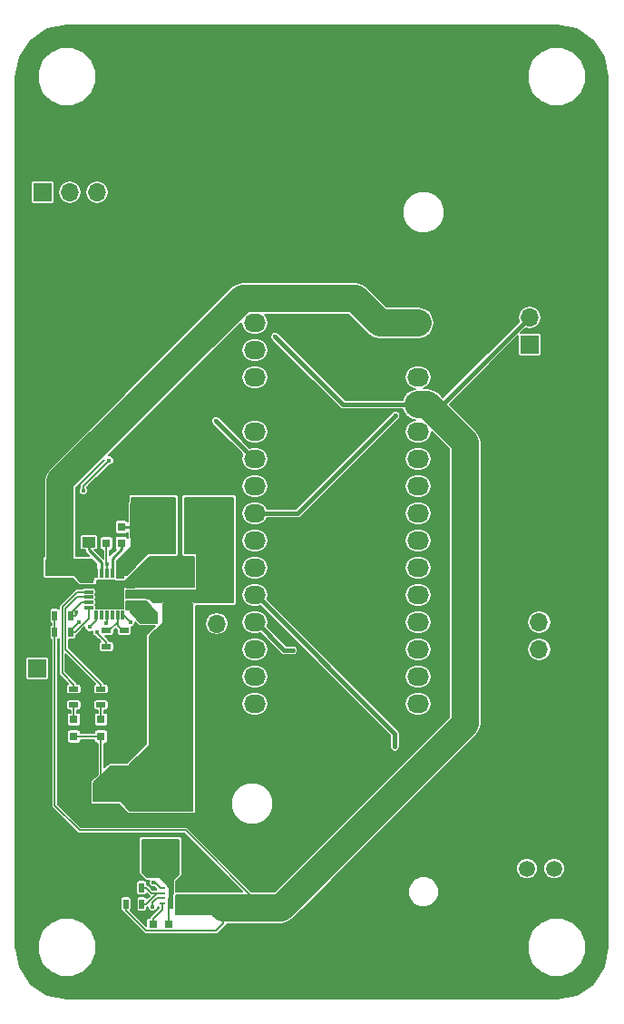
<source format=gbr>
G04 #@! TF.FileFunction,Copper,L1,Top,Signal*
%FSLAX46Y46*%
G04 Gerber Fmt 4.6, Leading zero omitted, Abs format (unit mm)*
G04 Created by KiCad (PCBNEW 4.0.6) date 04/05/18 00:59:02*
%MOMM*%
%LPD*%
G01*
G04 APERTURE LIST*
%ADD10C,0.100000*%
%ADD11O,2.032000X1.727200*%
%ADD12R,1.250000X1.000000*%
%ADD13R,0.750000X0.800000*%
%ADD14R,0.800000X0.750000*%
%ADD15R,0.800000X0.800000*%
%ADD16R,1.700000X1.700000*%
%ADD17O,1.700000X1.700000*%
%ADD18R,2.500000X3.250000*%
%ADD19R,3.250000X2.500000*%
%ADD20R,0.900000X0.500000*%
%ADD21R,0.500000X0.900000*%
%ADD22C,1.520000*%
%ADD23R,1.520000X1.520000*%
%ADD24R,0.850000X0.300000*%
%ADD25R,0.300000X0.850000*%
%ADD26R,1.300000X1.300000*%
%ADD27R,0.600000X0.250000*%
%ADD28R,0.300000X1.200000*%
%ADD29R,0.250000X2.400000*%
%ADD30R,0.300000X0.900000*%
%ADD31C,0.400000*%
%ADD32C,0.160000*%
%ADD33C,0.400000*%
%ADD34C,2.540000*%
%ADD35C,0.250000*%
G04 APERTURE END LIST*
D10*
D11*
X139446000Y-71247000D03*
X139446000Y-73787000D03*
X139446000Y-76327000D03*
X139446000Y-78867000D03*
X139446000Y-81407000D03*
X139446000Y-83947000D03*
X139446000Y-86487000D03*
X139446000Y-89027000D03*
X139446000Y-91567000D03*
X139446000Y-94107000D03*
X139446000Y-96647000D03*
X139446000Y-99187000D03*
X139446000Y-101727000D03*
X139446000Y-104267000D03*
X139446000Y-106807000D03*
X154686000Y-71247000D03*
X154686000Y-73787000D03*
X154686000Y-76327000D03*
X154686000Y-78867000D03*
X154686000Y-81407000D03*
X154686000Y-83947000D03*
X154686000Y-86487000D03*
X154686000Y-89027000D03*
X154686000Y-91567000D03*
X154686000Y-94107000D03*
X154686000Y-96647000D03*
X154686000Y-99187000D03*
X154686000Y-101727000D03*
X154686000Y-104267000D03*
X154686000Y-106807000D03*
D12*
X121285000Y-95504000D03*
X121285000Y-93504000D03*
X123952000Y-89694000D03*
X123952000Y-91694000D03*
D13*
X127000000Y-91797000D03*
X127000000Y-90297000D03*
X125603000Y-91821000D03*
X125603000Y-90321000D03*
D12*
X132842000Y-94885000D03*
X132842000Y-96885000D03*
D13*
X130937000Y-96762000D03*
X130937000Y-95262000D03*
D12*
X125222000Y-114935000D03*
X125222000Y-116935000D03*
D14*
X129933000Y-127381000D03*
X131433000Y-127381000D03*
D12*
X136525000Y-125825000D03*
X136525000Y-123825000D03*
X134493000Y-125825000D03*
X134493000Y-123825000D03*
D15*
X125095000Y-109855000D03*
X125095000Y-108255000D03*
X122555000Y-109855000D03*
X122555000Y-108255000D03*
D16*
X119126000Y-103505000D03*
D17*
X119126000Y-106045000D03*
D16*
X119634000Y-59055000D03*
D17*
X122174000Y-59055000D03*
X124714000Y-59055000D03*
X127254000Y-59055000D03*
D16*
X165100000Y-73279000D03*
D17*
X165100000Y-70739000D03*
X165100000Y-68199000D03*
D18*
X135080000Y-89662000D03*
X129080000Y-89662000D03*
D19*
X130556000Y-121237000D03*
X130556000Y-115237000D03*
D20*
X125095000Y-105410000D03*
X125095000Y-106910000D03*
X122555000Y-105410000D03*
X122555000Y-106910000D03*
X125603000Y-99973000D03*
X125603000Y-101473000D03*
X127254000Y-101449000D03*
X127254000Y-99949000D03*
D21*
X127405000Y-125476000D03*
X128905000Y-125476000D03*
X128881000Y-123952000D03*
X127381000Y-123952000D03*
X122277000Y-98552000D03*
X120777000Y-98552000D03*
X122277000Y-100076000D03*
X120777000Y-100076000D03*
D16*
X135890000Y-101854000D03*
D17*
X135890000Y-99314000D03*
D22*
X164846000Y-122174000D03*
X167386000Y-122174000D03*
D23*
X162306000Y-122174000D03*
D24*
X123934714Y-95343000D03*
X123934714Y-95843000D03*
X123934714Y-96343000D03*
X123934714Y-96843000D03*
X123934714Y-97343000D03*
X123934714Y-97843000D03*
D25*
X124634714Y-98543000D03*
X125134714Y-98543000D03*
X125634714Y-98543000D03*
X126134714Y-98543000D03*
X126634714Y-98543000D03*
X127134714Y-98543000D03*
D24*
X127834714Y-97843000D03*
X127834714Y-97343000D03*
X127834714Y-96843000D03*
X127834714Y-96343000D03*
X127834714Y-95843000D03*
X127834714Y-95343000D03*
D25*
X127134714Y-94643000D03*
X126634714Y-94643000D03*
X126134714Y-94643000D03*
X125634714Y-94643000D03*
X125134714Y-94643000D03*
X124634714Y-94643000D03*
D26*
X126534714Y-97243000D03*
X126534714Y-95943000D03*
X125234714Y-97243000D03*
X125234714Y-95943000D03*
D27*
X130784000Y-123952000D03*
D28*
X132224000Y-125302000D03*
D27*
X130784000Y-124952000D03*
X130784000Y-124452000D03*
X130784000Y-125452000D03*
D29*
X131699000Y-124702000D03*
D30*
X132224000Y-123952000D03*
D16*
X165989000Y-104267000D03*
D17*
X165989000Y-101727000D03*
X165989000Y-99187000D03*
D31*
X144018000Y-79248000D03*
X143510000Y-79248000D03*
X143002000Y-79248000D03*
X142494000Y-79248000D03*
X142494000Y-78740000D03*
X143002000Y-78740000D03*
X143510000Y-78740000D03*
X144018000Y-78740000D03*
X144018000Y-78232000D03*
X143510000Y-78232000D03*
X143002000Y-78232000D03*
X142494000Y-78232000D03*
X141732000Y-128778000D03*
X141224000Y-128778000D03*
X140716000Y-128778000D03*
X140208000Y-128778000D03*
X140208000Y-128270000D03*
X140716000Y-128270000D03*
X141224000Y-128270000D03*
X141732000Y-128270000D03*
X141732000Y-127762000D03*
X141224000Y-127762000D03*
X140716000Y-127762000D03*
X140208000Y-127762000D03*
X152146000Y-45847000D03*
X152654000Y-45847000D03*
X153162000Y-45847000D03*
X153670000Y-45847000D03*
X154178000Y-45847000D03*
X154178000Y-45339000D03*
X153670000Y-45339000D03*
X153162000Y-45339000D03*
X152654000Y-45339000D03*
X152146000Y-45339000D03*
X134493000Y-121666000D03*
X134493000Y-122174000D03*
X122428000Y-116840000D03*
X122428000Y-116332000D03*
X122936000Y-116332000D03*
X122936000Y-116840000D03*
X123444000Y-116840000D03*
X123444000Y-116332000D03*
X123952000Y-116332000D03*
X123952000Y-116840000D03*
X126180361Y-97218138D03*
X124142500Y-87947500D03*
X124142500Y-88519000D03*
X124650500Y-88519000D03*
X124650500Y-87947500D03*
X125158500Y-87947500D03*
X125666500Y-87947500D03*
X126174500Y-87947500D03*
X126682500Y-87947500D03*
X126682500Y-88519000D03*
X126174500Y-88519000D03*
X125666500Y-88519000D03*
X125158500Y-88519000D03*
X131762500Y-93281500D03*
X131762500Y-93789500D03*
X131254500Y-94297500D03*
X131254500Y-93789500D03*
X131254500Y-93281500D03*
X130746500Y-93281500D03*
X130746500Y-93789500D03*
X130746500Y-94297500D03*
X128714500Y-94297500D03*
X128714500Y-94805500D03*
X128714500Y-95313500D03*
X129222500Y-95313500D03*
X129730500Y-95313500D03*
X129730500Y-94805500D03*
X129222500Y-94805500D03*
X129730500Y-94297500D03*
X130238500Y-94297500D03*
X130238500Y-93789500D03*
X130238500Y-93281500D03*
X129730500Y-93281500D03*
X129730500Y-93789500D03*
X129222500Y-93789500D03*
X129222500Y-94297500D03*
X134493000Y-122618500D03*
X134048500Y-122618500D03*
X133604000Y-122618500D03*
X133159500Y-122618500D03*
X132715000Y-123063000D03*
X133159500Y-123063000D03*
X133159500Y-123507500D03*
X133159500Y-123952000D03*
X132715000Y-123952000D03*
X125234714Y-95943000D03*
X126534714Y-95943000D03*
X125234714Y-97243000D03*
X125857000Y-84074000D03*
X123444000Y-86868000D03*
X124015500Y-99631500D03*
X139446000Y-83947000D03*
X135826500Y-80391000D03*
X152590500Y-79883000D03*
X125603000Y-99250500D03*
X152527000Y-110807500D03*
X143002000Y-101790500D03*
X141351000Y-72517000D03*
X122999500Y-99187000D03*
X122759489Y-98285165D03*
X127882247Y-97403022D03*
X129921000Y-98298000D03*
X129921000Y-98806000D03*
X129413000Y-98806000D03*
X128905000Y-98806000D03*
X127834714Y-97843000D03*
X128397000Y-98298000D03*
X128905000Y-98298000D03*
X129413000Y-98298000D03*
X129413000Y-97790000D03*
X129032000Y-97409000D03*
X128524000Y-97409000D03*
X125619724Y-93727309D03*
X124714000Y-100076000D03*
X130556000Y-115237000D03*
X130004938Y-123461997D03*
X129921000Y-125730000D03*
X127825500Y-99187000D03*
X127254000Y-99949000D03*
D32*
X143002000Y-79248000D02*
X143510000Y-79248000D01*
X142494000Y-78740000D02*
X142494000Y-79248000D01*
X143510000Y-78740000D02*
X143002000Y-78740000D01*
X144018000Y-78232000D02*
X144018000Y-78740000D01*
X143002000Y-78232000D02*
X143510000Y-78232000D01*
X139446000Y-78867000D02*
X141859000Y-78867000D01*
X141859000Y-78867000D02*
X142494000Y-78232000D01*
X140716000Y-128778000D02*
X141224000Y-128778000D01*
X140208000Y-128270000D02*
X140208000Y-128778000D01*
X141224000Y-128270000D02*
X140716000Y-128270000D01*
X141732000Y-128270000D02*
X141224000Y-128270000D01*
X141224000Y-127762000D02*
X141732000Y-127762000D01*
X140208000Y-127762000D02*
X140716000Y-127762000D01*
X152654000Y-45847000D02*
X152146000Y-45847000D01*
X153670000Y-45847000D02*
X153162000Y-45847000D01*
X154178000Y-45339000D02*
X154178000Y-45847000D01*
X153162000Y-45339000D02*
X153670000Y-45339000D01*
X152146000Y-45339000D02*
X152654000Y-45339000D01*
X134493000Y-122618500D02*
X134493000Y-122174000D01*
X122936000Y-116332000D02*
X122428000Y-116332000D01*
X123444000Y-116840000D02*
X122936000Y-116840000D01*
X123952000Y-116332000D02*
X123444000Y-116332000D01*
X125222000Y-116935000D02*
X124047000Y-116935000D01*
X124047000Y-116935000D02*
X123952000Y-116840000D01*
X124650500Y-88519000D02*
X124142500Y-88519000D01*
X125158500Y-87947500D02*
X124650500Y-87947500D01*
X126174500Y-87947500D02*
X125666500Y-87947500D01*
X126682500Y-88519000D02*
X126682500Y-87947500D01*
X125666500Y-88519000D02*
X126174500Y-88519000D01*
X123952000Y-89694000D02*
X124077000Y-89694000D01*
X124077000Y-89694000D02*
X125158500Y-88612500D01*
X125158500Y-88612500D02*
X125158500Y-88519000D01*
X131762500Y-93789500D02*
X131762500Y-93281500D01*
X131254500Y-93789500D02*
X131254500Y-94297500D01*
X130746500Y-93281500D02*
X131254500Y-93281500D01*
X130746500Y-94297500D02*
X130746500Y-93789500D01*
X128714500Y-94805500D02*
X128714500Y-94297500D01*
X129222500Y-95313500D02*
X128714500Y-95313500D01*
X129730500Y-94805500D02*
X129730500Y-95313500D01*
X129222500Y-94297500D02*
X129222500Y-94805500D01*
X130238500Y-93789500D02*
X130238500Y-94297500D01*
X129730500Y-93281500D02*
X130238500Y-93281500D01*
X129222500Y-93789500D02*
X129730500Y-93789500D01*
X130937000Y-95262000D02*
X130937000Y-95237000D01*
X130937000Y-95237000D02*
X129997500Y-94297500D01*
X129997500Y-94297500D02*
X129222500Y-94297500D01*
X134048500Y-122618500D02*
X134493000Y-122618500D01*
X133159500Y-122618500D02*
X133604000Y-122618500D01*
X133159500Y-123063000D02*
X132715000Y-123063000D01*
X133159500Y-123952000D02*
X133159500Y-123507500D01*
X134493000Y-123825000D02*
X132842000Y-123825000D01*
X132842000Y-123825000D02*
X132715000Y-123952000D01*
X123444000Y-86868000D02*
X123444000Y-86487000D01*
X123444000Y-86487000D02*
X125857000Y-84074000D01*
X124634714Y-98543000D02*
X124634714Y-99012286D01*
X124634714Y-99012286D02*
X124015500Y-99631500D01*
D33*
X135826500Y-80391000D02*
X139382500Y-83947000D01*
X139382500Y-83947000D02*
X139446000Y-83947000D01*
X139446000Y-89027000D02*
X143446500Y-89027000D01*
X143446500Y-89027000D02*
X152590500Y-79883000D01*
D32*
X125634714Y-98543000D02*
X125634714Y-99218786D01*
X125634714Y-99218786D02*
X125603000Y-99250500D01*
D33*
X139446000Y-96647000D02*
X139598400Y-96647000D01*
X139598400Y-96647000D02*
X152527000Y-109575600D01*
X152527000Y-109575600D02*
X152527000Y-109728000D01*
X152527000Y-109728000D02*
X152527000Y-110807500D01*
X139446000Y-99187000D02*
X139598400Y-99187000D01*
X139598400Y-99187000D02*
X142201900Y-101790500D01*
X142201900Y-101790500D02*
X143002000Y-101790500D01*
D32*
X123934714Y-95343000D02*
X124634714Y-94643000D01*
X121285000Y-93504000D02*
X122405714Y-93504000D01*
X122405714Y-93504000D02*
X123934714Y-95033000D01*
X123934714Y-95033000D02*
X123934714Y-95343000D01*
X121285000Y-93504000D02*
X121285000Y-92075000D01*
D34*
X121285000Y-93504000D02*
X121285000Y-86011946D01*
X121285000Y-86011946D02*
X138343556Y-68953390D01*
X138343556Y-68953390D02*
X148836390Y-68953390D01*
X148836390Y-68953390D02*
X151130000Y-71247000D01*
X151130000Y-71247000D02*
X154686000Y-71247000D01*
D32*
X120777000Y-100076000D02*
X120777000Y-116300667D01*
X120777000Y-116300667D02*
X123081303Y-118604970D01*
X123081303Y-118604970D02*
X132987970Y-118604970D01*
X132987970Y-118604970D02*
X140208000Y-125825000D01*
D34*
X136525000Y-125825000D02*
X140208000Y-125825000D01*
X140208000Y-125825000D02*
X141931167Y-125825000D01*
D32*
X120777000Y-100076000D02*
X120777000Y-98552000D01*
D33*
X154686000Y-78867000D02*
X147701000Y-78867000D01*
X147701000Y-78867000D02*
X141351000Y-72517000D01*
X154686000Y-78867000D02*
X156972000Y-78867000D01*
X156972000Y-78867000D02*
X165100000Y-70739000D01*
D34*
X141931167Y-125825000D02*
X159077011Y-108679156D01*
X159077011Y-108679156D02*
X159077011Y-82401957D01*
X159077011Y-82401957D02*
X155542054Y-78867000D01*
X155542054Y-78867000D02*
X154686000Y-78867000D01*
D32*
X135846499Y-127996001D02*
X136525000Y-127317500D01*
X136525000Y-127317500D02*
X136525000Y-125825000D01*
X127405000Y-125476000D02*
X127405000Y-126086000D01*
X127405000Y-126086000D02*
X129315001Y-127996001D01*
X129315001Y-127996001D02*
X135846499Y-127996001D01*
X122277000Y-100076000D02*
X122277000Y-99909500D01*
X122277000Y-99909500D02*
X122999500Y-99187000D01*
X122277000Y-100076000D02*
X122687000Y-100076000D01*
X122687000Y-100076000D02*
X123934714Y-98828286D01*
X123934714Y-98828286D02*
X123934714Y-98153000D01*
X123934714Y-98153000D02*
X123934714Y-97843000D01*
X122277000Y-98552000D02*
X122687000Y-98552000D01*
X122687000Y-98552000D02*
X122759489Y-98479511D01*
X122759489Y-98479511D02*
X122759489Y-98285165D01*
X122277000Y-98552000D02*
X122277000Y-98352000D01*
X122277000Y-98352000D02*
X123286000Y-97343000D01*
X123286000Y-97343000D02*
X123349714Y-97343000D01*
X123349714Y-97343000D02*
X123934714Y-97343000D01*
X127834714Y-97343000D02*
X127834714Y-97355489D01*
X127834714Y-97355489D02*
X127882247Y-97403022D01*
X129413000Y-98806000D02*
X129921000Y-98806000D01*
X128905000Y-98298000D02*
X128905000Y-98806000D01*
X128524000Y-97409000D02*
X129032000Y-97409000D01*
X128397000Y-98298000D02*
X128289714Y-98298000D01*
X128289714Y-98298000D02*
X127834714Y-97843000D01*
X129413000Y-98298000D02*
X128905000Y-98298000D01*
X129032000Y-97409000D02*
X129413000Y-97790000D01*
X127834714Y-97343000D02*
X128458000Y-97343000D01*
X128458000Y-97343000D02*
X128524000Y-97409000D01*
D35*
X123952000Y-91694000D02*
X123952000Y-92444000D01*
X123952000Y-92444000D02*
X125134714Y-93626714D01*
X125134714Y-93626714D02*
X125134714Y-93968000D01*
X125134714Y-93968000D02*
X125134714Y-94643000D01*
X127000000Y-91797000D02*
X127000000Y-92357000D01*
X126134714Y-94643000D02*
X126134714Y-93222286D01*
X126134714Y-93222286D02*
X127000000Y-92357000D01*
X127000000Y-90297000D02*
X128445000Y-90297000D01*
X128445000Y-90297000D02*
X129080000Y-89662000D01*
D32*
X125634714Y-94643000D02*
X125634714Y-93742299D01*
X125603000Y-93710585D02*
X125619724Y-93727309D01*
X125603000Y-91821000D02*
X125603000Y-93710585D01*
X125634714Y-93742299D02*
X125619724Y-93727309D01*
X125603000Y-101473000D02*
X125603000Y-101063000D01*
X125603000Y-101063000D02*
X124714000Y-100174000D01*
X124714000Y-100174000D02*
X124714000Y-100076000D01*
X132842000Y-96885000D02*
X132842000Y-113326000D01*
X132842000Y-113326000D02*
X130931000Y-115237000D01*
X130931000Y-115237000D02*
X130556000Y-115237000D01*
X132842000Y-96885000D02*
X131060000Y-96885000D01*
X131060000Y-96885000D02*
X130937000Y-96762000D01*
X127834714Y-96843000D02*
X130856000Y-96843000D01*
X130856000Y-96843000D02*
X130937000Y-96762000D01*
X122555000Y-109855000D02*
X125095000Y-109855000D01*
X125095000Y-109855000D02*
X125095000Y-114808000D01*
X125095000Y-114808000D02*
X125222000Y-114935000D01*
X130118997Y-123461997D02*
X130004938Y-123461997D01*
X130609000Y-123952000D02*
X130118997Y-123461997D01*
X130784000Y-123952000D02*
X130609000Y-123952000D01*
X130784000Y-124952000D02*
X130324000Y-124952000D01*
X130324000Y-124952000D02*
X129921000Y-125355000D01*
X129921000Y-125355000D02*
X129921000Y-125730000D01*
X130784000Y-125995000D02*
X130784000Y-125737000D01*
X129933000Y-126846000D02*
X130784000Y-125995000D01*
X129933000Y-127381000D02*
X129933000Y-126846000D01*
X130784000Y-125737000D02*
X130784000Y-125452000D01*
X131433000Y-127381000D02*
X131433000Y-124968000D01*
X131433000Y-124968000D02*
X131699000Y-124702000D01*
X125095000Y-106910000D02*
X125095000Y-108255000D01*
X122555000Y-106910000D02*
X122555000Y-108255000D01*
X127134714Y-98543000D02*
X127181500Y-98543000D01*
X127181500Y-98543000D02*
X127825500Y-99187000D01*
X123934714Y-96843000D02*
X122853998Y-96843000D01*
X121786999Y-97909999D02*
X121786999Y-101691999D01*
X121786999Y-101691999D02*
X125095000Y-105000000D01*
X122853998Y-96843000D02*
X121786999Y-97909999D01*
X125095000Y-105000000D02*
X125095000Y-105410000D01*
X122555000Y-105000000D02*
X122555000Y-105410000D01*
X121466988Y-103911988D02*
X122555000Y-105000000D01*
X121466988Y-97777447D02*
X121466988Y-103911988D01*
X122901436Y-96343000D02*
X121466988Y-97777447D01*
X123934714Y-96343000D02*
X122901436Y-96343000D01*
X127254000Y-99949000D02*
X127054000Y-99949000D01*
X127054000Y-99949000D02*
X126634714Y-99529714D01*
X126634714Y-99529714D02*
X126634714Y-99128000D01*
X126634714Y-99128000D02*
X126634714Y-98543000D01*
X125603000Y-99973000D02*
X125803000Y-99973000D01*
X125803000Y-99973000D02*
X126634714Y-99141286D01*
X126634714Y-99141286D02*
X126634714Y-99128000D01*
X128905000Y-125476000D02*
X129315000Y-125476000D01*
X129315000Y-125476000D02*
X130339000Y-124452000D01*
X130339000Y-124452000D02*
X130784000Y-124452000D01*
X128881000Y-123952000D02*
X129291000Y-123952000D01*
X129791000Y-124452000D02*
X130324000Y-124452000D01*
X129291000Y-123952000D02*
X129791000Y-124452000D01*
X130324000Y-124452000D02*
X130784000Y-124452000D01*
G36*
X132000000Y-92757000D02*
X129540000Y-92757000D01*
X129508876Y-92763303D01*
X129483431Y-92780431D01*
X127474862Y-94789000D01*
X127254000Y-94789000D01*
X127222876Y-94795303D01*
X127196655Y-94813218D01*
X127179471Y-94839923D01*
X127174000Y-94869000D01*
X127174000Y-95043000D01*
X126572000Y-95043000D01*
X126572000Y-93505138D01*
X127945569Y-92131569D01*
X127963120Y-92105103D01*
X127969000Y-92075000D01*
X127969000Y-87583000D01*
X132000000Y-87583000D01*
X132000000Y-92757000D01*
X132000000Y-92757000D01*
G37*
X132000000Y-92757000D02*
X129540000Y-92757000D01*
X129508876Y-92763303D01*
X129483431Y-92780431D01*
X127474862Y-94789000D01*
X127254000Y-94789000D01*
X127222876Y-94795303D01*
X127196655Y-94813218D01*
X127179471Y-94839923D01*
X127174000Y-94869000D01*
X127174000Y-95043000D01*
X126572000Y-95043000D01*
X126572000Y-93505138D01*
X127945569Y-92131569D01*
X127963120Y-92105103D01*
X127969000Y-92075000D01*
X127969000Y-87583000D01*
X132000000Y-87583000D01*
X132000000Y-92757000D01*
G36*
X137461000Y-97329000D02*
X133811000Y-97329000D01*
X133811000Y-97282000D01*
X133805529Y-97252923D01*
X133788345Y-97226218D01*
X133762124Y-97208303D01*
X133731000Y-97202000D01*
X130810000Y-97202000D01*
X130780923Y-97207471D01*
X130754218Y-97224655D01*
X130736303Y-97250876D01*
X130730000Y-97282000D01*
X130730000Y-97329000D01*
X129954138Y-97329000D01*
X129596569Y-96971431D01*
X129570103Y-96953880D01*
X129540000Y-96948000D01*
X129400305Y-96948000D01*
X129379373Y-96933909D01*
X129286000Y-96915000D01*
X127461000Y-96915000D01*
X127461000Y-96237701D01*
X128259714Y-96237701D01*
X128348652Y-96220966D01*
X128351707Y-96219000D01*
X133985000Y-96219000D01*
X134016124Y-96212697D01*
X134042345Y-96194782D01*
X134059529Y-96168077D01*
X134065000Y-96139000D01*
X134065000Y-92837000D01*
X134058697Y-92805876D01*
X134040782Y-92779655D01*
X134014077Y-92762471D01*
X133985000Y-92757000D01*
X132922000Y-92757000D01*
X132922000Y-87583000D01*
X137461000Y-87583000D01*
X137461000Y-97329000D01*
X137461000Y-97329000D01*
G37*
X137461000Y-97329000D02*
X133811000Y-97329000D01*
X133811000Y-97282000D01*
X133805529Y-97252923D01*
X133788345Y-97226218D01*
X133762124Y-97208303D01*
X133731000Y-97202000D01*
X130810000Y-97202000D01*
X130780923Y-97207471D01*
X130754218Y-97224655D01*
X130736303Y-97250876D01*
X130730000Y-97282000D01*
X130730000Y-97329000D01*
X129954138Y-97329000D01*
X129596569Y-96971431D01*
X129570103Y-96953880D01*
X129540000Y-96948000D01*
X129400305Y-96948000D01*
X129379373Y-96933909D01*
X129286000Y-96915000D01*
X127461000Y-96915000D01*
X127461000Y-96237701D01*
X128259714Y-96237701D01*
X128348652Y-96220966D01*
X128351707Y-96219000D01*
X133985000Y-96219000D01*
X134016124Y-96212697D01*
X134042345Y-96194782D01*
X134059529Y-96168077D01*
X134065000Y-96139000D01*
X134065000Y-92837000D01*
X134058697Y-92805876D01*
X134040782Y-92779655D01*
X134014077Y-92762471D01*
X133985000Y-92757000D01*
X132922000Y-92757000D01*
X132922000Y-87583000D01*
X137461000Y-87583000D01*
X137461000Y-97329000D01*
G36*
X130349000Y-98331138D02*
X130349000Y-99234000D01*
X128811138Y-99234000D01*
X127842000Y-98264862D01*
X127842000Y-98044000D01*
X127835697Y-98012876D01*
X127817782Y-97986655D01*
X127791077Y-97969471D01*
X127762000Y-97964000D01*
X127470814Y-97964000D01*
X127461000Y-97948748D01*
X127461000Y-97237701D01*
X128259714Y-97237701D01*
X128274068Y-97235000D01*
X129252862Y-97235000D01*
X130349000Y-98331138D01*
X130349000Y-98331138D01*
G37*
X130349000Y-98331138D02*
X130349000Y-99234000D01*
X128811138Y-99234000D01*
X127842000Y-98264862D01*
X127842000Y-98044000D01*
X127835697Y-98012876D01*
X127817782Y-97986655D01*
X127791077Y-97969471D01*
X127762000Y-97964000D01*
X127470814Y-97964000D01*
X127461000Y-97948748D01*
X127461000Y-97237701D01*
X128259714Y-97237701D01*
X128274068Y-97235000D01*
X129252862Y-97235000D01*
X130349000Y-98331138D01*
G36*
X124634000Y-93759138D02*
X124634000Y-94916000D01*
X124460000Y-94916000D01*
X124428876Y-94922303D01*
X124402655Y-94940218D01*
X124385471Y-94966923D01*
X124380000Y-94996000D01*
X124380000Y-95167490D01*
X124359292Y-95197798D01*
X124340013Y-95293000D01*
X124340013Y-95424000D01*
X123223138Y-95424000D01*
X122611569Y-94812431D01*
X122585103Y-94794880D01*
X122555000Y-94789000D01*
X122020455Y-94789000D01*
X122005202Y-94778578D01*
X121910000Y-94759299D01*
X120660000Y-94759299D01*
X120571062Y-94776034D01*
X120550912Y-94789000D01*
X119968000Y-94789000D01*
X119968000Y-93298000D01*
X124172862Y-93298000D01*
X124634000Y-93759138D01*
X124634000Y-93759138D01*
G37*
X124634000Y-93759138D02*
X124634000Y-94916000D01*
X124460000Y-94916000D01*
X124428876Y-94922303D01*
X124402655Y-94940218D01*
X124385471Y-94966923D01*
X124380000Y-94996000D01*
X124380000Y-95167490D01*
X124359292Y-95197798D01*
X124340013Y-95293000D01*
X124340013Y-95424000D01*
X123223138Y-95424000D01*
X122611569Y-94812431D01*
X122585103Y-94794880D01*
X122555000Y-94789000D01*
X122020455Y-94789000D01*
X122005202Y-94778578D01*
X121910000Y-94759299D01*
X120660000Y-94759299D01*
X120571062Y-94776034D01*
X120550912Y-94789000D01*
X119968000Y-94789000D01*
X119968000Y-93298000D01*
X124172862Y-93298000D01*
X124634000Y-93759138D01*
G36*
X133651000Y-116760000D02*
X127795138Y-116760000D01*
X126929569Y-115894431D01*
X126903103Y-115876880D01*
X126873000Y-115871000D01*
X124413000Y-115871000D01*
X124413000Y-114206138D01*
X126017138Y-112602000D01*
X127635000Y-112602000D01*
X127666124Y-112595697D01*
X127691569Y-112578569D01*
X129596569Y-110673569D01*
X129614120Y-110647103D01*
X129620000Y-110617000D01*
X129620000Y-100490138D01*
X130866569Y-99243569D01*
X130884120Y-99217103D01*
X130890000Y-99187000D01*
X130890000Y-97362000D01*
X133651000Y-97362000D01*
X133651000Y-116760000D01*
X133651000Y-116760000D01*
G37*
X133651000Y-116760000D02*
X127795138Y-116760000D01*
X126929569Y-115894431D01*
X126903103Y-115876880D01*
X126873000Y-115871000D01*
X124413000Y-115871000D01*
X124413000Y-114206138D01*
X126017138Y-112602000D01*
X127635000Y-112602000D01*
X127666124Y-112595697D01*
X127691569Y-112578569D01*
X129596569Y-110673569D01*
X129614120Y-110647103D01*
X129620000Y-110617000D01*
X129620000Y-100490138D01*
X130866569Y-99243569D01*
X130884120Y-99217103D01*
X130890000Y-99187000D01*
X130890000Y-97362000D01*
X133651000Y-97362000D01*
X133651000Y-116760000D01*
G36*
X132381000Y-122712362D02*
X131832931Y-123260431D01*
X131815380Y-123286897D01*
X131809500Y-123317000D01*
X131809500Y-124473004D01*
X131795409Y-124493627D01*
X131776500Y-124587000D01*
X131776500Y-125840500D01*
X131525000Y-125840500D01*
X131525000Y-124015500D01*
X131518697Y-123984376D01*
X131501569Y-123958931D01*
X131319213Y-123776575D01*
X131311966Y-123738062D01*
X131259404Y-123656377D01*
X131179202Y-123601578D01*
X131135332Y-123592694D01*
X130549069Y-123006431D01*
X130522603Y-122988880D01*
X130492500Y-122983000D01*
X129382638Y-122983000D01*
X128921500Y-122521862D01*
X128921500Y-119460000D01*
X132381000Y-119460000D01*
X132381000Y-122712362D01*
X132381000Y-122712362D01*
G37*
X132381000Y-122712362D02*
X131832931Y-123260431D01*
X131815380Y-123286897D01*
X131809500Y-123317000D01*
X131809500Y-124473004D01*
X131795409Y-124493627D01*
X131776500Y-124587000D01*
X131776500Y-125840500D01*
X131525000Y-125840500D01*
X131525000Y-124015500D01*
X131518697Y-123984376D01*
X131501569Y-123958931D01*
X131319213Y-123776575D01*
X131311966Y-123738062D01*
X131259404Y-123656377D01*
X131179202Y-123601578D01*
X131135332Y-123592694D01*
X130549069Y-123006431D01*
X130522603Y-122988880D01*
X130492500Y-122983000D01*
X129382638Y-122983000D01*
X128921500Y-122521862D01*
X128921500Y-119460000D01*
X132381000Y-119460000D01*
X132381000Y-122712362D01*
G36*
X138477000Y-126475500D02*
X132096500Y-126475500D01*
X132096500Y-124667000D01*
X138477000Y-124667000D01*
X138477000Y-126475500D01*
X138477000Y-126475500D01*
G37*
X138477000Y-126475500D02*
X132096500Y-126475500D01*
X132096500Y-124667000D01*
X138477000Y-124667000D01*
X138477000Y-126475500D01*
G36*
X169470881Y-43839867D02*
X171023025Y-44876977D01*
X172060133Y-46429119D01*
X172430000Y-48288564D01*
X172430000Y-129511436D01*
X172060133Y-131370881D01*
X171023025Y-132923023D01*
X169470881Y-133960133D01*
X167611436Y-134330000D01*
X121948564Y-134330000D01*
X120089119Y-133960133D01*
X118536977Y-132923025D01*
X117499867Y-131370881D01*
X117243618Y-130082629D01*
X119179525Y-130082629D01*
X119595786Y-131090058D01*
X120365888Y-131861505D01*
X121372589Y-132279524D01*
X122462629Y-132280475D01*
X123470058Y-131864214D01*
X124241505Y-131094112D01*
X124659524Y-130087411D01*
X124659528Y-130082629D01*
X164899525Y-130082629D01*
X165315786Y-131090058D01*
X166085888Y-131861505D01*
X167092589Y-132279524D01*
X168182629Y-132280475D01*
X169190058Y-131864214D01*
X169961505Y-131094112D01*
X170379524Y-130087411D01*
X170380475Y-128997371D01*
X169964214Y-127989942D01*
X169194112Y-127218495D01*
X168187411Y-126800476D01*
X167097371Y-126799525D01*
X166089942Y-127215786D01*
X165318495Y-127985888D01*
X164900476Y-128992589D01*
X164899525Y-130082629D01*
X124659528Y-130082629D01*
X124660475Y-128997371D01*
X124244214Y-127989942D01*
X123474112Y-127218495D01*
X122467411Y-126800476D01*
X121377371Y-126799525D01*
X120369942Y-127215786D01*
X119598495Y-127985888D01*
X119180476Y-128992589D01*
X119179525Y-130082629D01*
X117243618Y-130082629D01*
X117130000Y-129511436D01*
X117130000Y-102655000D01*
X118031299Y-102655000D01*
X118031299Y-104355000D01*
X118048034Y-104443938D01*
X118100596Y-104525623D01*
X118180798Y-104580422D01*
X118276000Y-104599701D01*
X119976000Y-104599701D01*
X120064938Y-104582966D01*
X120146623Y-104530404D01*
X120201422Y-104450202D01*
X120220701Y-104355000D01*
X120220701Y-102655000D01*
X120203966Y-102566062D01*
X120151404Y-102484377D01*
X120071202Y-102429578D01*
X119976000Y-102410299D01*
X118276000Y-102410299D01*
X118187062Y-102427034D01*
X118105377Y-102479596D01*
X118050578Y-102559798D01*
X118031299Y-102655000D01*
X117130000Y-102655000D01*
X117130000Y-98102000D01*
X120282299Y-98102000D01*
X120282299Y-99002000D01*
X120299034Y-99090938D01*
X120351596Y-99172623D01*
X120431798Y-99227422D01*
X120457000Y-99232526D01*
X120457000Y-99394471D01*
X120438062Y-99398034D01*
X120356377Y-99450596D01*
X120301578Y-99530798D01*
X120282299Y-99626000D01*
X120282299Y-100526000D01*
X120299034Y-100614938D01*
X120351596Y-100696623D01*
X120431798Y-100751422D01*
X120457000Y-100756526D01*
X120457000Y-116300667D01*
X120481359Y-116423126D01*
X120538169Y-116508148D01*
X120550726Y-116526941D01*
X122855029Y-118831244D01*
X122958845Y-118900612D01*
X123081303Y-118924970D01*
X132855422Y-118924970D01*
X138245452Y-124315000D01*
X136525000Y-124315000D01*
X136364125Y-124347000D01*
X132129500Y-124347000D01*
X132129500Y-123416412D01*
X132630706Y-122915206D01*
X132682091Y-122838873D01*
X132701000Y-122745500D01*
X132701000Y-119380000D01*
X132684587Y-119292770D01*
X132633034Y-119212655D01*
X132554373Y-119158909D01*
X132461000Y-119140000D01*
X128841500Y-119140000D01*
X128754270Y-119156413D01*
X128674155Y-119207966D01*
X128620409Y-119286627D01*
X128601500Y-119380000D01*
X128601500Y-122555000D01*
X128619140Y-122645310D01*
X128671794Y-122724706D01*
X129179794Y-123232706D01*
X129256127Y-123284091D01*
X129349500Y-123303000D01*
X129594535Y-123303000D01*
X129565015Y-123374092D01*
X129564862Y-123549134D01*
X129631707Y-123710911D01*
X129755373Y-123834793D01*
X129917033Y-123901920D01*
X130092075Y-123902073D01*
X130102300Y-123897848D01*
X130239299Y-124034847D01*
X130239299Y-124077000D01*
X130249648Y-124132000D01*
X129923548Y-124132000D01*
X129517274Y-123725726D01*
X129495102Y-123710911D01*
X129413459Y-123656359D01*
X129375701Y-123648848D01*
X129375701Y-123502000D01*
X129358966Y-123413062D01*
X129306404Y-123331377D01*
X129226202Y-123276578D01*
X129131000Y-123257299D01*
X128631000Y-123257299D01*
X128542062Y-123274034D01*
X128460377Y-123326596D01*
X128405578Y-123406798D01*
X128386299Y-123502000D01*
X128386299Y-124402000D01*
X128403034Y-124490938D01*
X128455596Y-124572623D01*
X128535798Y-124627422D01*
X128631000Y-124646701D01*
X129131000Y-124646701D01*
X129219938Y-124629966D01*
X129301623Y-124577404D01*
X129356422Y-124497202D01*
X129361008Y-124474556D01*
X129564726Y-124678274D01*
X129621945Y-124716507D01*
X129385884Y-124952568D01*
X129382966Y-124937062D01*
X129330404Y-124855377D01*
X129250202Y-124800578D01*
X129155000Y-124781299D01*
X128655000Y-124781299D01*
X128566062Y-124798034D01*
X128484377Y-124850596D01*
X128429578Y-124930798D01*
X128410299Y-125026000D01*
X128410299Y-125926000D01*
X128427034Y-126014938D01*
X128479596Y-126096623D01*
X128559798Y-126151422D01*
X128655000Y-126170701D01*
X129155000Y-126170701D01*
X129243938Y-126153966D01*
X129325623Y-126101404D01*
X129380422Y-126021202D01*
X129399701Y-125926000D01*
X129399701Y-125779152D01*
X129437459Y-125771641D01*
X129480989Y-125742555D01*
X129480924Y-125817137D01*
X129547769Y-125978914D01*
X129671435Y-126102796D01*
X129833095Y-126169923D01*
X130008137Y-126170076D01*
X130169914Y-126103231D01*
X130293796Y-125979565D01*
X130360923Y-125817905D01*
X130360953Y-125783397D01*
X130388798Y-125802422D01*
X130464000Y-125817651D01*
X130464000Y-125862452D01*
X129706726Y-126619726D01*
X129637359Y-126723541D01*
X129629848Y-126761299D01*
X129533000Y-126761299D01*
X129444062Y-126778034D01*
X129362377Y-126830596D01*
X129307578Y-126910798D01*
X129288299Y-127006000D01*
X129288299Y-127516751D01*
X127844835Y-126073287D01*
X127880422Y-126021202D01*
X127899701Y-125926000D01*
X127899701Y-125026000D01*
X127882966Y-124937062D01*
X127830404Y-124855377D01*
X127750202Y-124800578D01*
X127655000Y-124781299D01*
X127155000Y-124781299D01*
X127066062Y-124798034D01*
X126984377Y-124850596D01*
X126929578Y-124930798D01*
X126910299Y-125026000D01*
X126910299Y-125926000D01*
X126927034Y-126014938D01*
X126979596Y-126096623D01*
X127059798Y-126151422D01*
X127099617Y-126159486D01*
X127109359Y-126208459D01*
X127117922Y-126221274D01*
X127178726Y-126312274D01*
X129088727Y-128222275D01*
X129192542Y-128291642D01*
X129315001Y-128316001D01*
X135846499Y-128316001D01*
X135968958Y-128291642D01*
X136072773Y-128222275D01*
X136751274Y-127543774D01*
X136820641Y-127439959D01*
X136841519Y-127335000D01*
X141931167Y-127335000D01*
X142509019Y-127220058D01*
X142998898Y-126892731D01*
X145268442Y-124623187D01*
X153757752Y-124623187D01*
X153975757Y-125150800D01*
X154379077Y-125554824D01*
X154906309Y-125773750D01*
X155477187Y-125774248D01*
X156004800Y-125556243D01*
X156408824Y-125152923D01*
X156627750Y-124625691D01*
X156628248Y-124054813D01*
X156410243Y-123527200D01*
X156006923Y-123123176D01*
X155479691Y-122904250D01*
X154908813Y-122903752D01*
X154381200Y-123121757D01*
X153977176Y-123525077D01*
X153758250Y-124052309D01*
X153757752Y-124623187D01*
X145268442Y-124623187D01*
X147519589Y-122372040D01*
X163845827Y-122372040D01*
X163997747Y-122739714D01*
X164278806Y-123021264D01*
X164646215Y-123173826D01*
X165044040Y-123174173D01*
X165411714Y-123022253D01*
X165693264Y-122741194D01*
X165845826Y-122373785D01*
X165845827Y-122372040D01*
X166385827Y-122372040D01*
X166537747Y-122739714D01*
X166818806Y-123021264D01*
X167186215Y-123173826D01*
X167584040Y-123174173D01*
X167951714Y-123022253D01*
X168233264Y-122741194D01*
X168385826Y-122373785D01*
X168386173Y-121975960D01*
X168234253Y-121608286D01*
X167953194Y-121326736D01*
X167585785Y-121174174D01*
X167187960Y-121173827D01*
X166820286Y-121325747D01*
X166538736Y-121606806D01*
X166386174Y-121974215D01*
X166385827Y-122372040D01*
X165845827Y-122372040D01*
X165846173Y-121975960D01*
X165694253Y-121608286D01*
X165413194Y-121326736D01*
X165045785Y-121174174D01*
X164647960Y-121173827D01*
X164280286Y-121325747D01*
X163998736Y-121606806D01*
X163846174Y-121974215D01*
X163845827Y-122372040D01*
X147519589Y-122372040D01*
X160144742Y-109746887D01*
X160472069Y-109257008D01*
X160587011Y-108679156D01*
X160587011Y-101727000D01*
X164877646Y-101727000D01*
X164960617Y-102144125D01*
X165196900Y-102497746D01*
X165550521Y-102734029D01*
X165967646Y-102817000D01*
X166010354Y-102817000D01*
X166427479Y-102734029D01*
X166781100Y-102497746D01*
X167017383Y-102144125D01*
X167100354Y-101727000D01*
X167017383Y-101309875D01*
X166781100Y-100956254D01*
X166427479Y-100719971D01*
X166010354Y-100637000D01*
X165967646Y-100637000D01*
X165550521Y-100719971D01*
X165196900Y-100956254D01*
X164960617Y-101309875D01*
X164877646Y-101727000D01*
X160587011Y-101727000D01*
X160587011Y-99187000D01*
X164877646Y-99187000D01*
X164960617Y-99604125D01*
X165196900Y-99957746D01*
X165550521Y-100194029D01*
X165967646Y-100277000D01*
X166010354Y-100277000D01*
X166427479Y-100194029D01*
X166781100Y-99957746D01*
X167017383Y-99604125D01*
X167100354Y-99187000D01*
X167017383Y-98769875D01*
X166781100Y-98416254D01*
X166427479Y-98179971D01*
X166010354Y-98097000D01*
X165967646Y-98097000D01*
X165550521Y-98179971D01*
X165196900Y-98416254D01*
X164960617Y-98769875D01*
X164877646Y-99187000D01*
X160587011Y-99187000D01*
X160587011Y-82401957D01*
X160472069Y-81824105D01*
X160144742Y-81334226D01*
X157635885Y-78825369D01*
X164005299Y-72455955D01*
X164005299Y-74129000D01*
X164022034Y-74217938D01*
X164074596Y-74299623D01*
X164154798Y-74354422D01*
X164250000Y-74373701D01*
X165950000Y-74373701D01*
X166038938Y-74356966D01*
X166120623Y-74304404D01*
X166175422Y-74224202D01*
X166194701Y-74129000D01*
X166194701Y-72429000D01*
X166177966Y-72340062D01*
X166125404Y-72258377D01*
X166045202Y-72203578D01*
X165950000Y-72184299D01*
X164276955Y-72184299D01*
X164706315Y-71754939D01*
X165078646Y-71829000D01*
X165121354Y-71829000D01*
X165538479Y-71746029D01*
X165892100Y-71509746D01*
X166128383Y-71156125D01*
X166211354Y-70739000D01*
X166128383Y-70321875D01*
X165892100Y-69968254D01*
X165538479Y-69731971D01*
X165121354Y-69649000D01*
X165078646Y-69649000D01*
X164661521Y-69731971D01*
X164307900Y-69968254D01*
X164071617Y-70321875D01*
X163988646Y-70739000D01*
X164069793Y-71146953D01*
X157013631Y-78203115D01*
X156609785Y-77799269D01*
X156119906Y-77471942D01*
X155542054Y-77357000D01*
X155233016Y-77357000D01*
X155285335Y-77346593D01*
X155643369Y-77107363D01*
X155882599Y-76749329D01*
X155966606Y-76327000D01*
X155882599Y-75904671D01*
X155643369Y-75546637D01*
X155285335Y-75307407D01*
X154863006Y-75223400D01*
X154508994Y-75223400D01*
X154086665Y-75307407D01*
X153728631Y-75546637D01*
X153489401Y-75904671D01*
X153405394Y-76327000D01*
X153489401Y-76749329D01*
X153728631Y-77107363D01*
X154086665Y-77346593D01*
X154412491Y-77411404D01*
X154108148Y-77471942D01*
X153618269Y-77799269D01*
X153290942Y-78289148D01*
X153263522Y-78427000D01*
X147883254Y-78427000D01*
X141662127Y-72205873D01*
X141662125Y-72205872D01*
X141600565Y-72144204D01*
X141519383Y-72110494D01*
X141519381Y-72110493D01*
X141519379Y-72110493D01*
X141438905Y-72077077D01*
X141351001Y-72077000D01*
X141350999Y-72077000D01*
X141263863Y-72076924D01*
X141182621Y-72110493D01*
X141182619Y-72110493D01*
X141182617Y-72110494D01*
X141102086Y-72143769D01*
X141039875Y-72205872D01*
X141039873Y-72205873D01*
X141039872Y-72205875D01*
X140978204Y-72267435D01*
X140944494Y-72348617D01*
X140944493Y-72348619D01*
X140944493Y-72348621D01*
X140911077Y-72429095D01*
X140910924Y-72604137D01*
X140977769Y-72765914D01*
X141039872Y-72828125D01*
X141039873Y-72828127D01*
X141040175Y-72828429D01*
X141101435Y-72889796D01*
X141101618Y-72889872D01*
X147389873Y-79178127D01*
X147532619Y-79273507D01*
X147701000Y-79307000D01*
X153263522Y-79307000D01*
X153290942Y-79444852D01*
X153618269Y-79934731D01*
X154108148Y-80262058D01*
X154412491Y-80322596D01*
X154086665Y-80387407D01*
X153728631Y-80626637D01*
X153489401Y-80984671D01*
X153405394Y-81407000D01*
X153489401Y-81829329D01*
X153728631Y-82187363D01*
X154086665Y-82426593D01*
X154508994Y-82510600D01*
X154863006Y-82510600D01*
X155285335Y-82426593D01*
X155643369Y-82187363D01*
X155882599Y-81829329D01*
X155963285Y-81423693D01*
X157567011Y-83027419D01*
X157567011Y-108053694D01*
X141305705Y-124315000D01*
X139150548Y-124315000D01*
X133214244Y-118378696D01*
X133110429Y-118309329D01*
X132987970Y-118284970D01*
X123213851Y-118284970D01*
X121097000Y-116168119D01*
X121097000Y-106660000D01*
X121860299Y-106660000D01*
X121860299Y-107160000D01*
X121877034Y-107248938D01*
X121929596Y-107330623D01*
X122009798Y-107385422D01*
X122105000Y-107404701D01*
X122235000Y-107404701D01*
X122235000Y-107610299D01*
X122155000Y-107610299D01*
X122066062Y-107627034D01*
X121984377Y-107679596D01*
X121929578Y-107759798D01*
X121910299Y-107855000D01*
X121910299Y-108655000D01*
X121927034Y-108743938D01*
X121979596Y-108825623D01*
X122059798Y-108880422D01*
X122155000Y-108899701D01*
X122955000Y-108899701D01*
X123043938Y-108882966D01*
X123125623Y-108830404D01*
X123180422Y-108750202D01*
X123199701Y-108655000D01*
X123199701Y-107855000D01*
X123182966Y-107766062D01*
X123130404Y-107684377D01*
X123050202Y-107629578D01*
X122955000Y-107610299D01*
X122875000Y-107610299D01*
X122875000Y-107404701D01*
X123005000Y-107404701D01*
X123093938Y-107387966D01*
X123175623Y-107335404D01*
X123230422Y-107255202D01*
X123249701Y-107160000D01*
X123249701Y-106660000D01*
X124400299Y-106660000D01*
X124400299Y-107160000D01*
X124417034Y-107248938D01*
X124469596Y-107330623D01*
X124549798Y-107385422D01*
X124645000Y-107404701D01*
X124775000Y-107404701D01*
X124775000Y-107610299D01*
X124695000Y-107610299D01*
X124606062Y-107627034D01*
X124524377Y-107679596D01*
X124469578Y-107759798D01*
X124450299Y-107855000D01*
X124450299Y-108655000D01*
X124467034Y-108743938D01*
X124519596Y-108825623D01*
X124599798Y-108880422D01*
X124695000Y-108899701D01*
X125495000Y-108899701D01*
X125583938Y-108882966D01*
X125665623Y-108830404D01*
X125720422Y-108750202D01*
X125739701Y-108655000D01*
X125739701Y-107855000D01*
X125722966Y-107766062D01*
X125670404Y-107684377D01*
X125590202Y-107629578D01*
X125495000Y-107610299D01*
X125415000Y-107610299D01*
X125415000Y-107404701D01*
X125545000Y-107404701D01*
X125633938Y-107387966D01*
X125715623Y-107335404D01*
X125770422Y-107255202D01*
X125789701Y-107160000D01*
X125789701Y-106660000D01*
X125772966Y-106571062D01*
X125720404Y-106489377D01*
X125640202Y-106434578D01*
X125545000Y-106415299D01*
X124645000Y-106415299D01*
X124556062Y-106432034D01*
X124474377Y-106484596D01*
X124419578Y-106564798D01*
X124400299Y-106660000D01*
X123249701Y-106660000D01*
X123232966Y-106571062D01*
X123180404Y-106489377D01*
X123100202Y-106434578D01*
X123005000Y-106415299D01*
X122105000Y-106415299D01*
X122016062Y-106432034D01*
X121934377Y-106484596D01*
X121879578Y-106564798D01*
X121860299Y-106660000D01*
X121097000Y-106660000D01*
X121097000Y-100757529D01*
X121115938Y-100753966D01*
X121146988Y-100733986D01*
X121146988Y-103911988D01*
X121171347Y-104034447D01*
X121240714Y-104138262D01*
X122031568Y-104929116D01*
X122016062Y-104932034D01*
X121934377Y-104984596D01*
X121879578Y-105064798D01*
X121860299Y-105160000D01*
X121860299Y-105660000D01*
X121877034Y-105748938D01*
X121929596Y-105830623D01*
X122009798Y-105885422D01*
X122105000Y-105904701D01*
X123005000Y-105904701D01*
X123093938Y-105887966D01*
X123175623Y-105835404D01*
X123230422Y-105755202D01*
X123249701Y-105660000D01*
X123249701Y-105160000D01*
X123232966Y-105071062D01*
X123180404Y-104989377D01*
X123100202Y-104934578D01*
X123005000Y-104915299D01*
X122858152Y-104915299D01*
X122850641Y-104877541D01*
X122781274Y-104773726D01*
X121786988Y-103779440D01*
X121786988Y-102144536D01*
X124571568Y-104929116D01*
X124556062Y-104932034D01*
X124474377Y-104984596D01*
X124419578Y-105064798D01*
X124400299Y-105160000D01*
X124400299Y-105660000D01*
X124417034Y-105748938D01*
X124469596Y-105830623D01*
X124549798Y-105885422D01*
X124645000Y-105904701D01*
X125545000Y-105904701D01*
X125633938Y-105887966D01*
X125715623Y-105835404D01*
X125770422Y-105755202D01*
X125789701Y-105660000D01*
X125789701Y-105160000D01*
X125772966Y-105071062D01*
X125720404Y-104989377D01*
X125640202Y-104934578D01*
X125545000Y-104915299D01*
X125398152Y-104915299D01*
X125390641Y-104877541D01*
X125321274Y-104773726D01*
X122106999Y-101559451D01*
X122106999Y-100770701D01*
X122527000Y-100770701D01*
X122615938Y-100753966D01*
X122697623Y-100701404D01*
X122752422Y-100621202D01*
X122771701Y-100526000D01*
X122771701Y-100379152D01*
X122809459Y-100371641D01*
X122913274Y-100302274D01*
X123575493Y-99640055D01*
X123575424Y-99718637D01*
X123642269Y-99880414D01*
X123765935Y-100004296D01*
X123927595Y-100071423D01*
X124102637Y-100071576D01*
X124264414Y-100004731D01*
X124274071Y-99995091D01*
X124273924Y-100163137D01*
X124340769Y-100324914D01*
X124464435Y-100448796D01*
X124587242Y-100499790D01*
X125079568Y-100992116D01*
X125064062Y-100995034D01*
X124982377Y-101047596D01*
X124927578Y-101127798D01*
X124908299Y-101223000D01*
X124908299Y-101723000D01*
X124925034Y-101811938D01*
X124977596Y-101893623D01*
X125057798Y-101948422D01*
X125153000Y-101967701D01*
X126053000Y-101967701D01*
X126141938Y-101950966D01*
X126223623Y-101898404D01*
X126278422Y-101818202D01*
X126297701Y-101723000D01*
X126297701Y-101223000D01*
X126280966Y-101134062D01*
X126228404Y-101052377D01*
X126148202Y-100997578D01*
X126053000Y-100978299D01*
X125906152Y-100978299D01*
X125898641Y-100940541D01*
X125829274Y-100836726D01*
X125460249Y-100467701D01*
X126053000Y-100467701D01*
X126141938Y-100450966D01*
X126223623Y-100398404D01*
X126278422Y-100318202D01*
X126297701Y-100223000D01*
X126297701Y-99930847D01*
X126440500Y-99788048D01*
X126559299Y-99906847D01*
X126559299Y-100199000D01*
X126576034Y-100287938D01*
X126628596Y-100369623D01*
X126708798Y-100424422D01*
X126804000Y-100443701D01*
X127704000Y-100443701D01*
X127792938Y-100426966D01*
X127874623Y-100374404D01*
X127929422Y-100294202D01*
X127948701Y-100199000D01*
X127948701Y-99699000D01*
X127933542Y-99618438D01*
X128074414Y-99560231D01*
X128198296Y-99436565D01*
X128265423Y-99274905D01*
X128265540Y-99140952D01*
X128608294Y-99483706D01*
X128684627Y-99535091D01*
X128778000Y-99554000D01*
X130103588Y-99554000D01*
X129370294Y-100287294D01*
X129318909Y-100363627D01*
X129300000Y-100457000D01*
X129300000Y-110517588D01*
X127535588Y-112282000D01*
X125984000Y-112282000D01*
X125893690Y-112299640D01*
X125814294Y-112352294D01*
X125415000Y-112751588D01*
X125415000Y-110499701D01*
X125495000Y-110499701D01*
X125583938Y-110482966D01*
X125665623Y-110430404D01*
X125720422Y-110350202D01*
X125739701Y-110255000D01*
X125739701Y-109455000D01*
X125722966Y-109366062D01*
X125670404Y-109284377D01*
X125590202Y-109229578D01*
X125495000Y-109210299D01*
X124695000Y-109210299D01*
X124606062Y-109227034D01*
X124524377Y-109279596D01*
X124469578Y-109359798D01*
X124450299Y-109455000D01*
X124450299Y-109535000D01*
X123199701Y-109535000D01*
X123199701Y-109455000D01*
X123182966Y-109366062D01*
X123130404Y-109284377D01*
X123050202Y-109229578D01*
X122955000Y-109210299D01*
X122155000Y-109210299D01*
X122066062Y-109227034D01*
X121984377Y-109279596D01*
X121929578Y-109359798D01*
X121910299Y-109455000D01*
X121910299Y-110255000D01*
X121927034Y-110343938D01*
X121979596Y-110425623D01*
X122059798Y-110480422D01*
X122155000Y-110499701D01*
X122955000Y-110499701D01*
X123043938Y-110482966D01*
X123125623Y-110430404D01*
X123180422Y-110350202D01*
X123199701Y-110255000D01*
X123199701Y-110175000D01*
X124450299Y-110175000D01*
X124450299Y-110255000D01*
X124467034Y-110343938D01*
X124519596Y-110425623D01*
X124599798Y-110480422D01*
X124695000Y-110499701D01*
X124775000Y-110499701D01*
X124775000Y-113391588D01*
X124163294Y-114003294D01*
X124111909Y-114079627D01*
X124093000Y-114173000D01*
X124093000Y-115951000D01*
X124109413Y-116038230D01*
X124160966Y-116118345D01*
X124239627Y-116172091D01*
X124333000Y-116191000D01*
X126773588Y-116191000D01*
X127592294Y-117009706D01*
X127668627Y-117061091D01*
X127762000Y-117080000D01*
X133731000Y-117080000D01*
X133818230Y-117063587D01*
X133898345Y-117012034D01*
X133952091Y-116933373D01*
X133971000Y-116840000D01*
X133971000Y-116508148D01*
X137227659Y-116508148D01*
X137526182Y-117230629D01*
X138078463Y-117783875D01*
X138800422Y-118083659D01*
X139582148Y-118084341D01*
X140304629Y-117785818D01*
X140857875Y-117233537D01*
X141157659Y-116511578D01*
X141158341Y-115729852D01*
X140859818Y-115007371D01*
X140307537Y-114454125D01*
X139585578Y-114154341D01*
X138803852Y-114153659D01*
X138081371Y-114452182D01*
X137528125Y-115004463D01*
X137228341Y-115726422D01*
X137227659Y-116508148D01*
X133971000Y-116508148D01*
X133971000Y-106807000D01*
X138165394Y-106807000D01*
X138249401Y-107229329D01*
X138488631Y-107587363D01*
X138846665Y-107826593D01*
X139268994Y-107910600D01*
X139623006Y-107910600D01*
X140045335Y-107826593D01*
X140403369Y-107587363D01*
X140642599Y-107229329D01*
X140726606Y-106807000D01*
X140642599Y-106384671D01*
X140403369Y-106026637D01*
X140045335Y-105787407D01*
X139623006Y-105703400D01*
X139268994Y-105703400D01*
X138846665Y-105787407D01*
X138488631Y-106026637D01*
X138249401Y-106384671D01*
X138165394Y-106807000D01*
X133971000Y-106807000D01*
X133971000Y-104267000D01*
X138165394Y-104267000D01*
X138249401Y-104689329D01*
X138488631Y-105047363D01*
X138846665Y-105286593D01*
X139268994Y-105370600D01*
X139623006Y-105370600D01*
X140045335Y-105286593D01*
X140403369Y-105047363D01*
X140642599Y-104689329D01*
X140726606Y-104267000D01*
X140642599Y-103844671D01*
X140403369Y-103486637D01*
X140045335Y-103247407D01*
X139623006Y-103163400D01*
X139268994Y-103163400D01*
X138846665Y-103247407D01*
X138488631Y-103486637D01*
X138249401Y-103844671D01*
X138165394Y-104267000D01*
X133971000Y-104267000D01*
X133971000Y-101727000D01*
X138165394Y-101727000D01*
X138249401Y-102149329D01*
X138488631Y-102507363D01*
X138846665Y-102746593D01*
X139268994Y-102830600D01*
X139623006Y-102830600D01*
X140045335Y-102746593D01*
X140403369Y-102507363D01*
X140642599Y-102149329D01*
X140726606Y-101727000D01*
X140642599Y-101304671D01*
X140403369Y-100946637D01*
X140045335Y-100707407D01*
X139623006Y-100623400D01*
X139268994Y-100623400D01*
X138846665Y-100707407D01*
X138488631Y-100946637D01*
X138249401Y-101304671D01*
X138165394Y-101727000D01*
X133971000Y-101727000D01*
X133971000Y-99314000D01*
X134778646Y-99314000D01*
X134861617Y-99731125D01*
X135097900Y-100084746D01*
X135451521Y-100321029D01*
X135868646Y-100404000D01*
X135911354Y-100404000D01*
X136328479Y-100321029D01*
X136682100Y-100084746D01*
X136918383Y-99731125D01*
X137001354Y-99314000D01*
X136976093Y-99187000D01*
X138165394Y-99187000D01*
X138249401Y-99609329D01*
X138488631Y-99967363D01*
X138846665Y-100206593D01*
X139268994Y-100290600D01*
X139623006Y-100290600D01*
X140003968Y-100214822D01*
X141890773Y-102101627D01*
X142033519Y-102197007D01*
X142201900Y-102230500D01*
X143002001Y-102230500D01*
X143089137Y-102230576D01*
X143170379Y-102197007D01*
X143170381Y-102197007D01*
X143170383Y-102197006D01*
X143250914Y-102163731D01*
X143313125Y-102101628D01*
X143313127Y-102101627D01*
X143313128Y-102101625D01*
X143374796Y-102040065D01*
X143408506Y-101958883D01*
X143408507Y-101958881D01*
X143408507Y-101958879D01*
X143441923Y-101878405D01*
X143442076Y-101703363D01*
X143375231Y-101541586D01*
X143313128Y-101479375D01*
X143313127Y-101479373D01*
X143313125Y-101479372D01*
X143251565Y-101417704D01*
X143170383Y-101383994D01*
X143170381Y-101383993D01*
X143170379Y-101383993D01*
X143089905Y-101350577D01*
X143002001Y-101350500D01*
X143001812Y-101350500D01*
X142914863Y-101350424D01*
X142914679Y-101350500D01*
X142384154Y-101350500D01*
X140642663Y-99609009D01*
X140726606Y-99187000D01*
X140642599Y-98764671D01*
X140403369Y-98406637D01*
X140045335Y-98167407D01*
X139623006Y-98083400D01*
X139268994Y-98083400D01*
X138846665Y-98167407D01*
X138488631Y-98406637D01*
X138249401Y-98764671D01*
X138165394Y-99187000D01*
X136976093Y-99187000D01*
X136918383Y-98896875D01*
X136682100Y-98543254D01*
X136328479Y-98306971D01*
X135911354Y-98224000D01*
X135868646Y-98224000D01*
X135451521Y-98306971D01*
X135097900Y-98543254D01*
X134861617Y-98896875D01*
X134778646Y-99314000D01*
X133971000Y-99314000D01*
X133971000Y-97649000D01*
X137541000Y-97649000D01*
X137628230Y-97632587D01*
X137708345Y-97581034D01*
X137762091Y-97502373D01*
X137781000Y-97409000D01*
X137781000Y-96647000D01*
X138165394Y-96647000D01*
X138249401Y-97069329D01*
X138488631Y-97427363D01*
X138846665Y-97666593D01*
X139268994Y-97750600D01*
X139623006Y-97750600D01*
X140003968Y-97674822D01*
X152087000Y-109757854D01*
X152087000Y-110807500D01*
X152086924Y-110894637D01*
X152153769Y-111056414D01*
X152215872Y-111118625D01*
X152215873Y-111118627D01*
X152215875Y-111118628D01*
X152277435Y-111180296D01*
X152358617Y-111214006D01*
X152358619Y-111214007D01*
X152358621Y-111214007D01*
X152439095Y-111247423D01*
X152526999Y-111247500D01*
X152527001Y-111247500D01*
X152614137Y-111247576D01*
X152695379Y-111214007D01*
X152695381Y-111214007D01*
X152695383Y-111214006D01*
X152775914Y-111180731D01*
X152838125Y-111118628D01*
X152838127Y-111118627D01*
X152838128Y-111118625D01*
X152899796Y-111057065D01*
X152933506Y-110975883D01*
X152933507Y-110975881D01*
X152933507Y-110975879D01*
X152966923Y-110895405D01*
X152967076Y-110720363D01*
X152967000Y-110720179D01*
X152967000Y-109575600D01*
X152933507Y-109407219D01*
X152838127Y-109264473D01*
X150380654Y-106807000D01*
X153405394Y-106807000D01*
X153489401Y-107229329D01*
X153728631Y-107587363D01*
X154086665Y-107826593D01*
X154508994Y-107910600D01*
X154863006Y-107910600D01*
X155285335Y-107826593D01*
X155643369Y-107587363D01*
X155882599Y-107229329D01*
X155966606Y-106807000D01*
X155882599Y-106384671D01*
X155643369Y-106026637D01*
X155285335Y-105787407D01*
X154863006Y-105703400D01*
X154508994Y-105703400D01*
X154086665Y-105787407D01*
X153728631Y-106026637D01*
X153489401Y-106384671D01*
X153405394Y-106807000D01*
X150380654Y-106807000D01*
X147840654Y-104267000D01*
X153405394Y-104267000D01*
X153489401Y-104689329D01*
X153728631Y-105047363D01*
X154086665Y-105286593D01*
X154508994Y-105370600D01*
X154863006Y-105370600D01*
X155285335Y-105286593D01*
X155643369Y-105047363D01*
X155882599Y-104689329D01*
X155966606Y-104267000D01*
X155882599Y-103844671D01*
X155643369Y-103486637D01*
X155285335Y-103247407D01*
X154863006Y-103163400D01*
X154508994Y-103163400D01*
X154086665Y-103247407D01*
X153728631Y-103486637D01*
X153489401Y-103844671D01*
X153405394Y-104267000D01*
X147840654Y-104267000D01*
X145300654Y-101727000D01*
X153405394Y-101727000D01*
X153489401Y-102149329D01*
X153728631Y-102507363D01*
X154086665Y-102746593D01*
X154508994Y-102830600D01*
X154863006Y-102830600D01*
X155285335Y-102746593D01*
X155643369Y-102507363D01*
X155882599Y-102149329D01*
X155966606Y-101727000D01*
X155882599Y-101304671D01*
X155643369Y-100946637D01*
X155285335Y-100707407D01*
X154863006Y-100623400D01*
X154508994Y-100623400D01*
X154086665Y-100707407D01*
X153728631Y-100946637D01*
X153489401Y-101304671D01*
X153405394Y-101727000D01*
X145300654Y-101727000D01*
X142760654Y-99187000D01*
X153405394Y-99187000D01*
X153489401Y-99609329D01*
X153728631Y-99967363D01*
X154086665Y-100206593D01*
X154508994Y-100290600D01*
X154863006Y-100290600D01*
X155285335Y-100206593D01*
X155643369Y-99967363D01*
X155882599Y-99609329D01*
X155966606Y-99187000D01*
X155882599Y-98764671D01*
X155643369Y-98406637D01*
X155285335Y-98167407D01*
X154863006Y-98083400D01*
X154508994Y-98083400D01*
X154086665Y-98167407D01*
X153728631Y-98406637D01*
X153489401Y-98764671D01*
X153405394Y-99187000D01*
X142760654Y-99187000D01*
X140642663Y-97069009D01*
X140726606Y-96647000D01*
X153405394Y-96647000D01*
X153489401Y-97069329D01*
X153728631Y-97427363D01*
X154086665Y-97666593D01*
X154508994Y-97750600D01*
X154863006Y-97750600D01*
X155285335Y-97666593D01*
X155643369Y-97427363D01*
X155882599Y-97069329D01*
X155966606Y-96647000D01*
X155882599Y-96224671D01*
X155643369Y-95866637D01*
X155285335Y-95627407D01*
X154863006Y-95543400D01*
X154508994Y-95543400D01*
X154086665Y-95627407D01*
X153728631Y-95866637D01*
X153489401Y-96224671D01*
X153405394Y-96647000D01*
X140726606Y-96647000D01*
X140642599Y-96224671D01*
X140403369Y-95866637D01*
X140045335Y-95627407D01*
X139623006Y-95543400D01*
X139268994Y-95543400D01*
X138846665Y-95627407D01*
X138488631Y-95866637D01*
X138249401Y-96224671D01*
X138165394Y-96647000D01*
X137781000Y-96647000D01*
X137781000Y-94107000D01*
X138165394Y-94107000D01*
X138249401Y-94529329D01*
X138488631Y-94887363D01*
X138846665Y-95126593D01*
X139268994Y-95210600D01*
X139623006Y-95210600D01*
X140045335Y-95126593D01*
X140403369Y-94887363D01*
X140642599Y-94529329D01*
X140726606Y-94107000D01*
X153405394Y-94107000D01*
X153489401Y-94529329D01*
X153728631Y-94887363D01*
X154086665Y-95126593D01*
X154508994Y-95210600D01*
X154863006Y-95210600D01*
X155285335Y-95126593D01*
X155643369Y-94887363D01*
X155882599Y-94529329D01*
X155966606Y-94107000D01*
X155882599Y-93684671D01*
X155643369Y-93326637D01*
X155285335Y-93087407D01*
X154863006Y-93003400D01*
X154508994Y-93003400D01*
X154086665Y-93087407D01*
X153728631Y-93326637D01*
X153489401Y-93684671D01*
X153405394Y-94107000D01*
X140726606Y-94107000D01*
X140642599Y-93684671D01*
X140403369Y-93326637D01*
X140045335Y-93087407D01*
X139623006Y-93003400D01*
X139268994Y-93003400D01*
X138846665Y-93087407D01*
X138488631Y-93326637D01*
X138249401Y-93684671D01*
X138165394Y-94107000D01*
X137781000Y-94107000D01*
X137781000Y-91567000D01*
X138165394Y-91567000D01*
X138249401Y-91989329D01*
X138488631Y-92347363D01*
X138846665Y-92586593D01*
X139268994Y-92670600D01*
X139623006Y-92670600D01*
X140045335Y-92586593D01*
X140403369Y-92347363D01*
X140642599Y-91989329D01*
X140726606Y-91567000D01*
X153405394Y-91567000D01*
X153489401Y-91989329D01*
X153728631Y-92347363D01*
X154086665Y-92586593D01*
X154508994Y-92670600D01*
X154863006Y-92670600D01*
X155285335Y-92586593D01*
X155643369Y-92347363D01*
X155882599Y-91989329D01*
X155966606Y-91567000D01*
X155882599Y-91144671D01*
X155643369Y-90786637D01*
X155285335Y-90547407D01*
X154863006Y-90463400D01*
X154508994Y-90463400D01*
X154086665Y-90547407D01*
X153728631Y-90786637D01*
X153489401Y-91144671D01*
X153405394Y-91567000D01*
X140726606Y-91567000D01*
X140642599Y-91144671D01*
X140403369Y-90786637D01*
X140045335Y-90547407D01*
X139623006Y-90463400D01*
X139268994Y-90463400D01*
X138846665Y-90547407D01*
X138488631Y-90786637D01*
X138249401Y-91144671D01*
X138165394Y-91567000D01*
X137781000Y-91567000D01*
X137781000Y-89027000D01*
X138165394Y-89027000D01*
X138249401Y-89449329D01*
X138488631Y-89807363D01*
X138846665Y-90046593D01*
X139268994Y-90130600D01*
X139623006Y-90130600D01*
X140045335Y-90046593D01*
X140403369Y-89807363D01*
X140630792Y-89467000D01*
X143446500Y-89467000D01*
X143614881Y-89433507D01*
X143757627Y-89338127D01*
X144068754Y-89027000D01*
X153405394Y-89027000D01*
X153489401Y-89449329D01*
X153728631Y-89807363D01*
X154086665Y-90046593D01*
X154508994Y-90130600D01*
X154863006Y-90130600D01*
X155285335Y-90046593D01*
X155643369Y-89807363D01*
X155882599Y-89449329D01*
X155966606Y-89027000D01*
X155882599Y-88604671D01*
X155643369Y-88246637D01*
X155285335Y-88007407D01*
X154863006Y-87923400D01*
X154508994Y-87923400D01*
X154086665Y-88007407D01*
X153728631Y-88246637D01*
X153489401Y-88604671D01*
X153405394Y-89027000D01*
X144068754Y-89027000D01*
X146608754Y-86487000D01*
X153405394Y-86487000D01*
X153489401Y-86909329D01*
X153728631Y-87267363D01*
X154086665Y-87506593D01*
X154508994Y-87590600D01*
X154863006Y-87590600D01*
X155285335Y-87506593D01*
X155643369Y-87267363D01*
X155882599Y-86909329D01*
X155966606Y-86487000D01*
X155882599Y-86064671D01*
X155643369Y-85706637D01*
X155285335Y-85467407D01*
X154863006Y-85383400D01*
X154508994Y-85383400D01*
X154086665Y-85467407D01*
X153728631Y-85706637D01*
X153489401Y-86064671D01*
X153405394Y-86487000D01*
X146608754Y-86487000D01*
X149148754Y-83947000D01*
X153405394Y-83947000D01*
X153489401Y-84369329D01*
X153728631Y-84727363D01*
X154086665Y-84966593D01*
X154508994Y-85050600D01*
X154863006Y-85050600D01*
X155285335Y-84966593D01*
X155643369Y-84727363D01*
X155882599Y-84369329D01*
X155966606Y-83947000D01*
X155882599Y-83524671D01*
X155643369Y-83166637D01*
X155285335Y-82927407D01*
X154863006Y-82843400D01*
X154508994Y-82843400D01*
X154086665Y-82927407D01*
X153728631Y-83166637D01*
X153489401Y-83524671D01*
X153405394Y-83947000D01*
X149148754Y-83947000D01*
X152901627Y-80194127D01*
X152901628Y-80194125D01*
X152963296Y-80132565D01*
X153030423Y-79970905D01*
X153030576Y-79795863D01*
X152963731Y-79634086D01*
X152901628Y-79571875D01*
X152901627Y-79571873D01*
X152901625Y-79571872D01*
X152840065Y-79510204D01*
X152758883Y-79476494D01*
X152758881Y-79476493D01*
X152758879Y-79476493D01*
X152678405Y-79443077D01*
X152590501Y-79443000D01*
X152590499Y-79443000D01*
X152503363Y-79442924D01*
X152341586Y-79509769D01*
X152279375Y-79571872D01*
X152279373Y-79571873D01*
X152279071Y-79572175D01*
X152217704Y-79633435D01*
X152217628Y-79633618D01*
X143264246Y-88587000D01*
X140630792Y-88587000D01*
X140403369Y-88246637D01*
X140045335Y-88007407D01*
X139623006Y-87923400D01*
X139268994Y-87923400D01*
X138846665Y-88007407D01*
X138488631Y-88246637D01*
X138249401Y-88604671D01*
X138165394Y-89027000D01*
X137781000Y-89027000D01*
X137781000Y-87503000D01*
X137764587Y-87415770D01*
X137713034Y-87335655D01*
X137634373Y-87281909D01*
X137541000Y-87263000D01*
X132842000Y-87263000D01*
X132754770Y-87279413D01*
X132674655Y-87330966D01*
X132620909Y-87409627D01*
X132602000Y-87503000D01*
X132602000Y-92837000D01*
X132618413Y-92924230D01*
X132669966Y-93004345D01*
X132748627Y-93058091D01*
X132842000Y-93077000D01*
X133745000Y-93077000D01*
X133745000Y-95899000D01*
X127381000Y-95899000D01*
X127293770Y-95915413D01*
X127213655Y-95966966D01*
X127159909Y-96045627D01*
X127141000Y-96139000D01*
X127141000Y-97028000D01*
X127153387Y-97093833D01*
X127141000Y-97155000D01*
X127141000Y-97873299D01*
X126984714Y-97873299D01*
X126895776Y-97890034D01*
X126885691Y-97896524D01*
X126879916Y-97892578D01*
X126784714Y-97873299D01*
X126484714Y-97873299D01*
X126395776Y-97890034D01*
X126385691Y-97896524D01*
X126379916Y-97892578D01*
X126284714Y-97873299D01*
X125984714Y-97873299D01*
X125895776Y-97890034D01*
X125885691Y-97896524D01*
X125879916Y-97892578D01*
X125784714Y-97873299D01*
X125484714Y-97873299D01*
X125395776Y-97890034D01*
X125385691Y-97896524D01*
X125379916Y-97892578D01*
X125284714Y-97873299D01*
X124984714Y-97873299D01*
X124895776Y-97890034D01*
X124885691Y-97896524D01*
X124879916Y-97892578D01*
X124784714Y-97873299D01*
X124604415Y-97873299D01*
X124604415Y-97693000D01*
X124587680Y-97604062D01*
X124581190Y-97593977D01*
X124585136Y-97588202D01*
X124604415Y-97493000D01*
X124604415Y-97193000D01*
X124587680Y-97104062D01*
X124581190Y-97093977D01*
X124585136Y-97088202D01*
X124604415Y-96993000D01*
X124604415Y-96693000D01*
X124587680Y-96604062D01*
X124581190Y-96593977D01*
X124585136Y-96588202D01*
X124604415Y-96493000D01*
X124604415Y-96193000D01*
X124587680Y-96104062D01*
X124535118Y-96022377D01*
X124454916Y-95967578D01*
X124359714Y-95948299D01*
X123509714Y-95948299D01*
X123420776Y-95965034D01*
X123339091Y-96017596D01*
X123335399Y-96023000D01*
X122901436Y-96023000D01*
X122778977Y-96047359D01*
X122703490Y-96097798D01*
X122675162Y-96116726D01*
X121240714Y-97551173D01*
X121171347Y-97654988D01*
X121146988Y-97777447D01*
X121146988Y-97893513D01*
X121122202Y-97876578D01*
X121027000Y-97857299D01*
X120527000Y-97857299D01*
X120438062Y-97874034D01*
X120356377Y-97926596D01*
X120301578Y-98006798D01*
X120282299Y-98102000D01*
X117130000Y-98102000D01*
X117130000Y-93218000D01*
X119648000Y-93218000D01*
X119648000Y-94869000D01*
X119664413Y-94956230D01*
X119715966Y-95036345D01*
X119794627Y-95090091D01*
X119888000Y-95109000D01*
X122455588Y-95109000D01*
X123020294Y-95673706D01*
X123096627Y-95725091D01*
X123190000Y-95744000D01*
X124460000Y-95744000D01*
X124547230Y-95727587D01*
X124627345Y-95676034D01*
X124681091Y-95597373D01*
X124700000Y-95504000D01*
X124700000Y-95312701D01*
X124784714Y-95312701D01*
X124873652Y-95295966D01*
X124883737Y-95289476D01*
X124889512Y-95293422D01*
X124984714Y-95312701D01*
X125284714Y-95312701D01*
X125373652Y-95295966D01*
X125383737Y-95289476D01*
X125389512Y-95293422D01*
X125484714Y-95312701D01*
X125784714Y-95312701D01*
X125873652Y-95295966D01*
X125883737Y-95289476D01*
X125889512Y-95293422D01*
X125984714Y-95312701D01*
X126284714Y-95312701D01*
X126338009Y-95302673D01*
X126398627Y-95344091D01*
X126492000Y-95363000D01*
X127254000Y-95363000D01*
X127341230Y-95346587D01*
X127421345Y-95295034D01*
X127475091Y-95216373D01*
X127475632Y-95213701D01*
X127510136Y-95163202D01*
X127521652Y-95106333D01*
X127598310Y-95091360D01*
X127677706Y-95038706D01*
X129639412Y-93077000D01*
X132080000Y-93077000D01*
X132167230Y-93060587D01*
X132247345Y-93009034D01*
X132301091Y-92930373D01*
X132320000Y-92837000D01*
X132320000Y-87503000D01*
X132303587Y-87415770D01*
X132252034Y-87335655D01*
X132173373Y-87281909D01*
X132080000Y-87263000D01*
X127889000Y-87263000D01*
X127801770Y-87279413D01*
X127721655Y-87330966D01*
X127667909Y-87409627D01*
X127649000Y-87503000D01*
X127649000Y-87876783D01*
X127604578Y-87941798D01*
X127585299Y-88037000D01*
X127585299Y-89780606D01*
X127550404Y-89726377D01*
X127470202Y-89671578D01*
X127375000Y-89652299D01*
X126625000Y-89652299D01*
X126536062Y-89669034D01*
X126454377Y-89721596D01*
X126399578Y-89801798D01*
X126380299Y-89897000D01*
X126380299Y-90697000D01*
X126397034Y-90785938D01*
X126449596Y-90867623D01*
X126529798Y-90922422D01*
X126625000Y-90941701D01*
X127375000Y-90941701D01*
X127463938Y-90924966D01*
X127545623Y-90872404D01*
X127585299Y-90814336D01*
X127585299Y-91280606D01*
X127550404Y-91226377D01*
X127470202Y-91171578D01*
X127375000Y-91152299D01*
X126625000Y-91152299D01*
X126536062Y-91169034D01*
X126454377Y-91221596D01*
X126399578Y-91301798D01*
X126380299Y-91397000D01*
X126380299Y-92197000D01*
X126397034Y-92285938D01*
X126449596Y-92367623D01*
X126463612Y-92377200D01*
X125923000Y-92917812D01*
X125923000Y-92465701D01*
X125978000Y-92465701D01*
X126066938Y-92448966D01*
X126148623Y-92396404D01*
X126203422Y-92316202D01*
X126222701Y-92221000D01*
X126222701Y-91421000D01*
X126205966Y-91332062D01*
X126153404Y-91250377D01*
X126073202Y-91195578D01*
X125978000Y-91176299D01*
X125228000Y-91176299D01*
X125139062Y-91193034D01*
X125057377Y-91245596D01*
X125002578Y-91325798D01*
X124983299Y-91421000D01*
X124983299Y-92221000D01*
X125000034Y-92309938D01*
X125052596Y-92391623D01*
X125132798Y-92446422D01*
X125228000Y-92465701D01*
X125283000Y-92465701D01*
X125283000Y-93258812D01*
X124462889Y-92438701D01*
X124577000Y-92438701D01*
X124665938Y-92421966D01*
X124747623Y-92369404D01*
X124802422Y-92289202D01*
X124821701Y-92194000D01*
X124821701Y-91194000D01*
X124804966Y-91105062D01*
X124752404Y-91023377D01*
X124672202Y-90968578D01*
X124577000Y-90949299D01*
X123327000Y-90949299D01*
X123238062Y-90966034D01*
X123156377Y-91018596D01*
X123101578Y-91098798D01*
X123082299Y-91194000D01*
X123082299Y-92194000D01*
X123099034Y-92282938D01*
X123151596Y-92364623D01*
X123231798Y-92419422D01*
X123327000Y-92438701D01*
X123587000Y-92438701D01*
X123587000Y-92444000D01*
X123614784Y-92583680D01*
X123693906Y-92702094D01*
X123969812Y-92978000D01*
X122795000Y-92978000D01*
X122795000Y-86637408D01*
X125417051Y-84015357D01*
X125417011Y-84061441D01*
X123217726Y-86260726D01*
X123148359Y-86364541D01*
X123124000Y-86487000D01*
X123124000Y-86565731D01*
X123071204Y-86618435D01*
X123004077Y-86780095D01*
X123003924Y-86955137D01*
X123070769Y-87116914D01*
X123194435Y-87240796D01*
X123356095Y-87307923D01*
X123531137Y-87308076D01*
X123692914Y-87241231D01*
X123816796Y-87117565D01*
X123883923Y-86955905D01*
X123884076Y-86780863D01*
X123817231Y-86619086D01*
X123790870Y-86592678D01*
X123896548Y-86487000D01*
X138165394Y-86487000D01*
X138249401Y-86909329D01*
X138488631Y-87267363D01*
X138846665Y-87506593D01*
X139268994Y-87590600D01*
X139623006Y-87590600D01*
X140045335Y-87506593D01*
X140403369Y-87267363D01*
X140642599Y-86909329D01*
X140726606Y-86487000D01*
X140642599Y-86064671D01*
X140403369Y-85706637D01*
X140045335Y-85467407D01*
X139623006Y-85383400D01*
X139268994Y-85383400D01*
X138846665Y-85467407D01*
X138488631Y-85706637D01*
X138249401Y-86064671D01*
X138165394Y-86487000D01*
X123896548Y-86487000D01*
X125869537Y-84514011D01*
X125944137Y-84514076D01*
X126105914Y-84447231D01*
X126229796Y-84323565D01*
X126296923Y-84161905D01*
X126297076Y-83986863D01*
X126230231Y-83825086D01*
X126106565Y-83701204D01*
X125944905Y-83634077D01*
X125798459Y-83633949D01*
X128954271Y-80478137D01*
X135386424Y-80478137D01*
X135453269Y-80639914D01*
X135515372Y-80702125D01*
X135515373Y-80702127D01*
X135515675Y-80702429D01*
X135576935Y-80763796D01*
X135577118Y-80763872D01*
X138284855Y-83471609D01*
X138249401Y-83524671D01*
X138165394Y-83947000D01*
X138249401Y-84369329D01*
X138488631Y-84727363D01*
X138846665Y-84966593D01*
X139268994Y-85050600D01*
X139623006Y-85050600D01*
X140045335Y-84966593D01*
X140403369Y-84727363D01*
X140642599Y-84369329D01*
X140726606Y-83947000D01*
X140642599Y-83524671D01*
X140403369Y-83166637D01*
X140045335Y-82927407D01*
X139623006Y-82843400D01*
X139268994Y-82843400D01*
X138962183Y-82904429D01*
X137464754Y-81407000D01*
X138165394Y-81407000D01*
X138249401Y-81829329D01*
X138488631Y-82187363D01*
X138846665Y-82426593D01*
X139268994Y-82510600D01*
X139623006Y-82510600D01*
X140045335Y-82426593D01*
X140403369Y-82187363D01*
X140642599Y-81829329D01*
X140726606Y-81407000D01*
X140642599Y-80984671D01*
X140403369Y-80626637D01*
X140045335Y-80387407D01*
X139623006Y-80303400D01*
X139268994Y-80303400D01*
X138846665Y-80387407D01*
X138488631Y-80626637D01*
X138249401Y-80984671D01*
X138165394Y-81407000D01*
X137464754Y-81407000D01*
X136137627Y-80079873D01*
X136137625Y-80079872D01*
X136076065Y-80018204D01*
X135994883Y-79984494D01*
X135994881Y-79984493D01*
X135994879Y-79984493D01*
X135914405Y-79951077D01*
X135826501Y-79951000D01*
X135826499Y-79951000D01*
X135739363Y-79950924D01*
X135658121Y-79984493D01*
X135658119Y-79984493D01*
X135658117Y-79984494D01*
X135577586Y-80017769D01*
X135515375Y-80079872D01*
X135515373Y-80079873D01*
X135515372Y-80079875D01*
X135453704Y-80141435D01*
X135419994Y-80222617D01*
X135419993Y-80222619D01*
X135419993Y-80222621D01*
X135386577Y-80303095D01*
X135386424Y-80478137D01*
X128954271Y-80478137D01*
X133105408Y-76327000D01*
X138165394Y-76327000D01*
X138249401Y-76749329D01*
X138488631Y-77107363D01*
X138846665Y-77346593D01*
X139268994Y-77430600D01*
X139623006Y-77430600D01*
X140045335Y-77346593D01*
X140403369Y-77107363D01*
X140642599Y-76749329D01*
X140726606Y-76327000D01*
X140642599Y-75904671D01*
X140403369Y-75546637D01*
X140045335Y-75307407D01*
X139623006Y-75223400D01*
X139268994Y-75223400D01*
X138846665Y-75307407D01*
X138488631Y-75546637D01*
X138249401Y-75904671D01*
X138165394Y-76327000D01*
X133105408Y-76327000D01*
X135645408Y-73787000D01*
X138165394Y-73787000D01*
X138249401Y-74209329D01*
X138488631Y-74567363D01*
X138846665Y-74806593D01*
X139268994Y-74890600D01*
X139623006Y-74890600D01*
X140045335Y-74806593D01*
X140403369Y-74567363D01*
X140642599Y-74209329D01*
X140726606Y-73787000D01*
X140642599Y-73364671D01*
X140403369Y-73006637D01*
X140045335Y-72767407D01*
X139623006Y-72683400D01*
X139268994Y-72683400D01*
X138846665Y-72767407D01*
X138488631Y-73006637D01*
X138249401Y-73364671D01*
X138165394Y-73787000D01*
X135645408Y-73787000D01*
X138168715Y-71263693D01*
X138249401Y-71669329D01*
X138488631Y-72027363D01*
X138846665Y-72266593D01*
X139268994Y-72350600D01*
X139623006Y-72350600D01*
X140045335Y-72266593D01*
X140403369Y-72027363D01*
X140642599Y-71669329D01*
X140726606Y-71247000D01*
X140642599Y-70824671D01*
X140403369Y-70466637D01*
X140398510Y-70463390D01*
X148210928Y-70463390D01*
X150062268Y-72314731D01*
X150495395Y-72604137D01*
X150552148Y-72642058D01*
X151130000Y-72757000D01*
X154686000Y-72757000D01*
X155263852Y-72642058D01*
X155753731Y-72314731D01*
X156081058Y-71824852D01*
X156196000Y-71247000D01*
X156081058Y-70669148D01*
X155753731Y-70179269D01*
X155263852Y-69851942D01*
X154686000Y-69737000D01*
X151755463Y-69737000D01*
X149904121Y-67885659D01*
X149414242Y-67558332D01*
X148836390Y-67443390D01*
X138343556Y-67443390D01*
X137765704Y-67558332D01*
X137275825Y-67885659D01*
X120217269Y-84944215D01*
X119889942Y-85434094D01*
X119775000Y-86011946D01*
X119775000Y-93010996D01*
X119720655Y-93045966D01*
X119666909Y-93124627D01*
X119648000Y-93218000D01*
X117130000Y-93218000D01*
X117130000Y-61308148D01*
X153227659Y-61308148D01*
X153526182Y-62030629D01*
X154078463Y-62583875D01*
X154800422Y-62883659D01*
X155582148Y-62884341D01*
X156304629Y-62585818D01*
X156857875Y-62033537D01*
X157157659Y-61311578D01*
X157158341Y-60529852D01*
X156859818Y-59807371D01*
X156307537Y-59254125D01*
X155585578Y-58954341D01*
X154803852Y-58953659D01*
X154081371Y-59252182D01*
X153528125Y-59804463D01*
X153228341Y-60526422D01*
X153227659Y-61308148D01*
X117130000Y-61308148D01*
X117130000Y-58205000D01*
X118539299Y-58205000D01*
X118539299Y-59905000D01*
X118556034Y-59993938D01*
X118608596Y-60075623D01*
X118688798Y-60130422D01*
X118784000Y-60149701D01*
X120484000Y-60149701D01*
X120572938Y-60132966D01*
X120654623Y-60080404D01*
X120709422Y-60000202D01*
X120728701Y-59905000D01*
X120728701Y-59033646D01*
X121084000Y-59033646D01*
X121084000Y-59076354D01*
X121166971Y-59493479D01*
X121403254Y-59847100D01*
X121756875Y-60083383D01*
X122174000Y-60166354D01*
X122591125Y-60083383D01*
X122944746Y-59847100D01*
X123181029Y-59493479D01*
X123264000Y-59076354D01*
X123264000Y-59033646D01*
X123624000Y-59033646D01*
X123624000Y-59076354D01*
X123706971Y-59493479D01*
X123943254Y-59847100D01*
X124296875Y-60083383D01*
X124714000Y-60166354D01*
X125131125Y-60083383D01*
X125484746Y-59847100D01*
X125721029Y-59493479D01*
X125804000Y-59076354D01*
X125804000Y-59033646D01*
X125721029Y-58616521D01*
X125484746Y-58262900D01*
X125131125Y-58026617D01*
X124714000Y-57943646D01*
X124296875Y-58026617D01*
X123943254Y-58262900D01*
X123706971Y-58616521D01*
X123624000Y-59033646D01*
X123264000Y-59033646D01*
X123181029Y-58616521D01*
X122944746Y-58262900D01*
X122591125Y-58026617D01*
X122174000Y-57943646D01*
X121756875Y-58026617D01*
X121403254Y-58262900D01*
X121166971Y-58616521D01*
X121084000Y-59033646D01*
X120728701Y-59033646D01*
X120728701Y-58205000D01*
X120711966Y-58116062D01*
X120659404Y-58034377D01*
X120579202Y-57979578D01*
X120484000Y-57960299D01*
X118784000Y-57960299D01*
X118695062Y-57977034D01*
X118613377Y-58029596D01*
X118558578Y-58109798D01*
X118539299Y-58205000D01*
X117130000Y-58205000D01*
X117130000Y-48802629D01*
X119179525Y-48802629D01*
X119595786Y-49810058D01*
X120365888Y-50581505D01*
X121372589Y-50999524D01*
X122462629Y-51000475D01*
X123470058Y-50584214D01*
X124241505Y-49814112D01*
X124659524Y-48807411D01*
X124659528Y-48802629D01*
X164899525Y-48802629D01*
X165315786Y-49810058D01*
X166085888Y-50581505D01*
X167092589Y-50999524D01*
X168182629Y-51000475D01*
X169190058Y-50584214D01*
X169961505Y-49814112D01*
X170379524Y-48807411D01*
X170380475Y-47717371D01*
X169964214Y-46709942D01*
X169194112Y-45938495D01*
X168187411Y-45520476D01*
X167097371Y-45519525D01*
X166089942Y-45935786D01*
X165318495Y-46705888D01*
X164900476Y-47712589D01*
X164899525Y-48802629D01*
X124659528Y-48802629D01*
X124660475Y-47717371D01*
X124244214Y-46709942D01*
X123474112Y-45938495D01*
X122467411Y-45520476D01*
X121377371Y-45519525D01*
X120369942Y-45935786D01*
X119598495Y-46705888D01*
X119180476Y-47712589D01*
X119179525Y-48802629D01*
X117130000Y-48802629D01*
X117130000Y-48288564D01*
X117499867Y-46429119D01*
X118536977Y-44876975D01*
X120089119Y-43839867D01*
X121948564Y-43470000D01*
X167611436Y-43470000D01*
X169470881Y-43839867D01*
X169470881Y-43839867D01*
G37*
X169470881Y-43839867D02*
X171023025Y-44876977D01*
X172060133Y-46429119D01*
X172430000Y-48288564D01*
X172430000Y-129511436D01*
X172060133Y-131370881D01*
X171023025Y-132923023D01*
X169470881Y-133960133D01*
X167611436Y-134330000D01*
X121948564Y-134330000D01*
X120089119Y-133960133D01*
X118536977Y-132923025D01*
X117499867Y-131370881D01*
X117243618Y-130082629D01*
X119179525Y-130082629D01*
X119595786Y-131090058D01*
X120365888Y-131861505D01*
X121372589Y-132279524D01*
X122462629Y-132280475D01*
X123470058Y-131864214D01*
X124241505Y-131094112D01*
X124659524Y-130087411D01*
X124659528Y-130082629D01*
X164899525Y-130082629D01*
X165315786Y-131090058D01*
X166085888Y-131861505D01*
X167092589Y-132279524D01*
X168182629Y-132280475D01*
X169190058Y-131864214D01*
X169961505Y-131094112D01*
X170379524Y-130087411D01*
X170380475Y-128997371D01*
X169964214Y-127989942D01*
X169194112Y-127218495D01*
X168187411Y-126800476D01*
X167097371Y-126799525D01*
X166089942Y-127215786D01*
X165318495Y-127985888D01*
X164900476Y-128992589D01*
X164899525Y-130082629D01*
X124659528Y-130082629D01*
X124660475Y-128997371D01*
X124244214Y-127989942D01*
X123474112Y-127218495D01*
X122467411Y-126800476D01*
X121377371Y-126799525D01*
X120369942Y-127215786D01*
X119598495Y-127985888D01*
X119180476Y-128992589D01*
X119179525Y-130082629D01*
X117243618Y-130082629D01*
X117130000Y-129511436D01*
X117130000Y-102655000D01*
X118031299Y-102655000D01*
X118031299Y-104355000D01*
X118048034Y-104443938D01*
X118100596Y-104525623D01*
X118180798Y-104580422D01*
X118276000Y-104599701D01*
X119976000Y-104599701D01*
X120064938Y-104582966D01*
X120146623Y-104530404D01*
X120201422Y-104450202D01*
X120220701Y-104355000D01*
X120220701Y-102655000D01*
X120203966Y-102566062D01*
X120151404Y-102484377D01*
X120071202Y-102429578D01*
X119976000Y-102410299D01*
X118276000Y-102410299D01*
X118187062Y-102427034D01*
X118105377Y-102479596D01*
X118050578Y-102559798D01*
X118031299Y-102655000D01*
X117130000Y-102655000D01*
X117130000Y-98102000D01*
X120282299Y-98102000D01*
X120282299Y-99002000D01*
X120299034Y-99090938D01*
X120351596Y-99172623D01*
X120431798Y-99227422D01*
X120457000Y-99232526D01*
X120457000Y-99394471D01*
X120438062Y-99398034D01*
X120356377Y-99450596D01*
X120301578Y-99530798D01*
X120282299Y-99626000D01*
X120282299Y-100526000D01*
X120299034Y-100614938D01*
X120351596Y-100696623D01*
X120431798Y-100751422D01*
X120457000Y-100756526D01*
X120457000Y-116300667D01*
X120481359Y-116423126D01*
X120538169Y-116508148D01*
X120550726Y-116526941D01*
X122855029Y-118831244D01*
X122958845Y-118900612D01*
X123081303Y-118924970D01*
X132855422Y-118924970D01*
X138245452Y-124315000D01*
X136525000Y-124315000D01*
X136364125Y-124347000D01*
X132129500Y-124347000D01*
X132129500Y-123416412D01*
X132630706Y-122915206D01*
X132682091Y-122838873D01*
X132701000Y-122745500D01*
X132701000Y-119380000D01*
X132684587Y-119292770D01*
X132633034Y-119212655D01*
X132554373Y-119158909D01*
X132461000Y-119140000D01*
X128841500Y-119140000D01*
X128754270Y-119156413D01*
X128674155Y-119207966D01*
X128620409Y-119286627D01*
X128601500Y-119380000D01*
X128601500Y-122555000D01*
X128619140Y-122645310D01*
X128671794Y-122724706D01*
X129179794Y-123232706D01*
X129256127Y-123284091D01*
X129349500Y-123303000D01*
X129594535Y-123303000D01*
X129565015Y-123374092D01*
X129564862Y-123549134D01*
X129631707Y-123710911D01*
X129755373Y-123834793D01*
X129917033Y-123901920D01*
X130092075Y-123902073D01*
X130102300Y-123897848D01*
X130239299Y-124034847D01*
X130239299Y-124077000D01*
X130249648Y-124132000D01*
X129923548Y-124132000D01*
X129517274Y-123725726D01*
X129495102Y-123710911D01*
X129413459Y-123656359D01*
X129375701Y-123648848D01*
X129375701Y-123502000D01*
X129358966Y-123413062D01*
X129306404Y-123331377D01*
X129226202Y-123276578D01*
X129131000Y-123257299D01*
X128631000Y-123257299D01*
X128542062Y-123274034D01*
X128460377Y-123326596D01*
X128405578Y-123406798D01*
X128386299Y-123502000D01*
X128386299Y-124402000D01*
X128403034Y-124490938D01*
X128455596Y-124572623D01*
X128535798Y-124627422D01*
X128631000Y-124646701D01*
X129131000Y-124646701D01*
X129219938Y-124629966D01*
X129301623Y-124577404D01*
X129356422Y-124497202D01*
X129361008Y-124474556D01*
X129564726Y-124678274D01*
X129621945Y-124716507D01*
X129385884Y-124952568D01*
X129382966Y-124937062D01*
X129330404Y-124855377D01*
X129250202Y-124800578D01*
X129155000Y-124781299D01*
X128655000Y-124781299D01*
X128566062Y-124798034D01*
X128484377Y-124850596D01*
X128429578Y-124930798D01*
X128410299Y-125026000D01*
X128410299Y-125926000D01*
X128427034Y-126014938D01*
X128479596Y-126096623D01*
X128559798Y-126151422D01*
X128655000Y-126170701D01*
X129155000Y-126170701D01*
X129243938Y-126153966D01*
X129325623Y-126101404D01*
X129380422Y-126021202D01*
X129399701Y-125926000D01*
X129399701Y-125779152D01*
X129437459Y-125771641D01*
X129480989Y-125742555D01*
X129480924Y-125817137D01*
X129547769Y-125978914D01*
X129671435Y-126102796D01*
X129833095Y-126169923D01*
X130008137Y-126170076D01*
X130169914Y-126103231D01*
X130293796Y-125979565D01*
X130360923Y-125817905D01*
X130360953Y-125783397D01*
X130388798Y-125802422D01*
X130464000Y-125817651D01*
X130464000Y-125862452D01*
X129706726Y-126619726D01*
X129637359Y-126723541D01*
X129629848Y-126761299D01*
X129533000Y-126761299D01*
X129444062Y-126778034D01*
X129362377Y-126830596D01*
X129307578Y-126910798D01*
X129288299Y-127006000D01*
X129288299Y-127516751D01*
X127844835Y-126073287D01*
X127880422Y-126021202D01*
X127899701Y-125926000D01*
X127899701Y-125026000D01*
X127882966Y-124937062D01*
X127830404Y-124855377D01*
X127750202Y-124800578D01*
X127655000Y-124781299D01*
X127155000Y-124781299D01*
X127066062Y-124798034D01*
X126984377Y-124850596D01*
X126929578Y-124930798D01*
X126910299Y-125026000D01*
X126910299Y-125926000D01*
X126927034Y-126014938D01*
X126979596Y-126096623D01*
X127059798Y-126151422D01*
X127099617Y-126159486D01*
X127109359Y-126208459D01*
X127117922Y-126221274D01*
X127178726Y-126312274D01*
X129088727Y-128222275D01*
X129192542Y-128291642D01*
X129315001Y-128316001D01*
X135846499Y-128316001D01*
X135968958Y-128291642D01*
X136072773Y-128222275D01*
X136751274Y-127543774D01*
X136820641Y-127439959D01*
X136841519Y-127335000D01*
X141931167Y-127335000D01*
X142509019Y-127220058D01*
X142998898Y-126892731D01*
X145268442Y-124623187D01*
X153757752Y-124623187D01*
X153975757Y-125150800D01*
X154379077Y-125554824D01*
X154906309Y-125773750D01*
X155477187Y-125774248D01*
X156004800Y-125556243D01*
X156408824Y-125152923D01*
X156627750Y-124625691D01*
X156628248Y-124054813D01*
X156410243Y-123527200D01*
X156006923Y-123123176D01*
X155479691Y-122904250D01*
X154908813Y-122903752D01*
X154381200Y-123121757D01*
X153977176Y-123525077D01*
X153758250Y-124052309D01*
X153757752Y-124623187D01*
X145268442Y-124623187D01*
X147519589Y-122372040D01*
X163845827Y-122372040D01*
X163997747Y-122739714D01*
X164278806Y-123021264D01*
X164646215Y-123173826D01*
X165044040Y-123174173D01*
X165411714Y-123022253D01*
X165693264Y-122741194D01*
X165845826Y-122373785D01*
X165845827Y-122372040D01*
X166385827Y-122372040D01*
X166537747Y-122739714D01*
X166818806Y-123021264D01*
X167186215Y-123173826D01*
X167584040Y-123174173D01*
X167951714Y-123022253D01*
X168233264Y-122741194D01*
X168385826Y-122373785D01*
X168386173Y-121975960D01*
X168234253Y-121608286D01*
X167953194Y-121326736D01*
X167585785Y-121174174D01*
X167187960Y-121173827D01*
X166820286Y-121325747D01*
X166538736Y-121606806D01*
X166386174Y-121974215D01*
X166385827Y-122372040D01*
X165845827Y-122372040D01*
X165846173Y-121975960D01*
X165694253Y-121608286D01*
X165413194Y-121326736D01*
X165045785Y-121174174D01*
X164647960Y-121173827D01*
X164280286Y-121325747D01*
X163998736Y-121606806D01*
X163846174Y-121974215D01*
X163845827Y-122372040D01*
X147519589Y-122372040D01*
X160144742Y-109746887D01*
X160472069Y-109257008D01*
X160587011Y-108679156D01*
X160587011Y-101727000D01*
X164877646Y-101727000D01*
X164960617Y-102144125D01*
X165196900Y-102497746D01*
X165550521Y-102734029D01*
X165967646Y-102817000D01*
X166010354Y-102817000D01*
X166427479Y-102734029D01*
X166781100Y-102497746D01*
X167017383Y-102144125D01*
X167100354Y-101727000D01*
X167017383Y-101309875D01*
X166781100Y-100956254D01*
X166427479Y-100719971D01*
X166010354Y-100637000D01*
X165967646Y-100637000D01*
X165550521Y-100719971D01*
X165196900Y-100956254D01*
X164960617Y-101309875D01*
X164877646Y-101727000D01*
X160587011Y-101727000D01*
X160587011Y-99187000D01*
X164877646Y-99187000D01*
X164960617Y-99604125D01*
X165196900Y-99957746D01*
X165550521Y-100194029D01*
X165967646Y-100277000D01*
X166010354Y-100277000D01*
X166427479Y-100194029D01*
X166781100Y-99957746D01*
X167017383Y-99604125D01*
X167100354Y-99187000D01*
X167017383Y-98769875D01*
X166781100Y-98416254D01*
X166427479Y-98179971D01*
X166010354Y-98097000D01*
X165967646Y-98097000D01*
X165550521Y-98179971D01*
X165196900Y-98416254D01*
X164960617Y-98769875D01*
X164877646Y-99187000D01*
X160587011Y-99187000D01*
X160587011Y-82401957D01*
X160472069Y-81824105D01*
X160144742Y-81334226D01*
X157635885Y-78825369D01*
X164005299Y-72455955D01*
X164005299Y-74129000D01*
X164022034Y-74217938D01*
X164074596Y-74299623D01*
X164154798Y-74354422D01*
X164250000Y-74373701D01*
X165950000Y-74373701D01*
X166038938Y-74356966D01*
X166120623Y-74304404D01*
X166175422Y-74224202D01*
X166194701Y-74129000D01*
X166194701Y-72429000D01*
X166177966Y-72340062D01*
X166125404Y-72258377D01*
X166045202Y-72203578D01*
X165950000Y-72184299D01*
X164276955Y-72184299D01*
X164706315Y-71754939D01*
X165078646Y-71829000D01*
X165121354Y-71829000D01*
X165538479Y-71746029D01*
X165892100Y-71509746D01*
X166128383Y-71156125D01*
X166211354Y-70739000D01*
X166128383Y-70321875D01*
X165892100Y-69968254D01*
X165538479Y-69731971D01*
X165121354Y-69649000D01*
X165078646Y-69649000D01*
X164661521Y-69731971D01*
X164307900Y-69968254D01*
X164071617Y-70321875D01*
X163988646Y-70739000D01*
X164069793Y-71146953D01*
X157013631Y-78203115D01*
X156609785Y-77799269D01*
X156119906Y-77471942D01*
X155542054Y-77357000D01*
X155233016Y-77357000D01*
X155285335Y-77346593D01*
X155643369Y-77107363D01*
X155882599Y-76749329D01*
X155966606Y-76327000D01*
X155882599Y-75904671D01*
X155643369Y-75546637D01*
X155285335Y-75307407D01*
X154863006Y-75223400D01*
X154508994Y-75223400D01*
X154086665Y-75307407D01*
X153728631Y-75546637D01*
X153489401Y-75904671D01*
X153405394Y-76327000D01*
X153489401Y-76749329D01*
X153728631Y-77107363D01*
X154086665Y-77346593D01*
X154412491Y-77411404D01*
X154108148Y-77471942D01*
X153618269Y-77799269D01*
X153290942Y-78289148D01*
X153263522Y-78427000D01*
X147883254Y-78427000D01*
X141662127Y-72205873D01*
X141662125Y-72205872D01*
X141600565Y-72144204D01*
X141519383Y-72110494D01*
X141519381Y-72110493D01*
X141519379Y-72110493D01*
X141438905Y-72077077D01*
X141351001Y-72077000D01*
X141350999Y-72077000D01*
X141263863Y-72076924D01*
X141182621Y-72110493D01*
X141182619Y-72110493D01*
X141182617Y-72110494D01*
X141102086Y-72143769D01*
X141039875Y-72205872D01*
X141039873Y-72205873D01*
X141039872Y-72205875D01*
X140978204Y-72267435D01*
X140944494Y-72348617D01*
X140944493Y-72348619D01*
X140944493Y-72348621D01*
X140911077Y-72429095D01*
X140910924Y-72604137D01*
X140977769Y-72765914D01*
X141039872Y-72828125D01*
X141039873Y-72828127D01*
X141040175Y-72828429D01*
X141101435Y-72889796D01*
X141101618Y-72889872D01*
X147389873Y-79178127D01*
X147532619Y-79273507D01*
X147701000Y-79307000D01*
X153263522Y-79307000D01*
X153290942Y-79444852D01*
X153618269Y-79934731D01*
X154108148Y-80262058D01*
X154412491Y-80322596D01*
X154086665Y-80387407D01*
X153728631Y-80626637D01*
X153489401Y-80984671D01*
X153405394Y-81407000D01*
X153489401Y-81829329D01*
X153728631Y-82187363D01*
X154086665Y-82426593D01*
X154508994Y-82510600D01*
X154863006Y-82510600D01*
X155285335Y-82426593D01*
X155643369Y-82187363D01*
X155882599Y-81829329D01*
X155963285Y-81423693D01*
X157567011Y-83027419D01*
X157567011Y-108053694D01*
X141305705Y-124315000D01*
X139150548Y-124315000D01*
X133214244Y-118378696D01*
X133110429Y-118309329D01*
X132987970Y-118284970D01*
X123213851Y-118284970D01*
X121097000Y-116168119D01*
X121097000Y-106660000D01*
X121860299Y-106660000D01*
X121860299Y-107160000D01*
X121877034Y-107248938D01*
X121929596Y-107330623D01*
X122009798Y-107385422D01*
X122105000Y-107404701D01*
X122235000Y-107404701D01*
X122235000Y-107610299D01*
X122155000Y-107610299D01*
X122066062Y-107627034D01*
X121984377Y-107679596D01*
X121929578Y-107759798D01*
X121910299Y-107855000D01*
X121910299Y-108655000D01*
X121927034Y-108743938D01*
X121979596Y-108825623D01*
X122059798Y-108880422D01*
X122155000Y-108899701D01*
X122955000Y-108899701D01*
X123043938Y-108882966D01*
X123125623Y-108830404D01*
X123180422Y-108750202D01*
X123199701Y-108655000D01*
X123199701Y-107855000D01*
X123182966Y-107766062D01*
X123130404Y-107684377D01*
X123050202Y-107629578D01*
X122955000Y-107610299D01*
X122875000Y-107610299D01*
X122875000Y-107404701D01*
X123005000Y-107404701D01*
X123093938Y-107387966D01*
X123175623Y-107335404D01*
X123230422Y-107255202D01*
X123249701Y-107160000D01*
X123249701Y-106660000D01*
X124400299Y-106660000D01*
X124400299Y-107160000D01*
X124417034Y-107248938D01*
X124469596Y-107330623D01*
X124549798Y-107385422D01*
X124645000Y-107404701D01*
X124775000Y-107404701D01*
X124775000Y-107610299D01*
X124695000Y-107610299D01*
X124606062Y-107627034D01*
X124524377Y-107679596D01*
X124469578Y-107759798D01*
X124450299Y-107855000D01*
X124450299Y-108655000D01*
X124467034Y-108743938D01*
X124519596Y-108825623D01*
X124599798Y-108880422D01*
X124695000Y-108899701D01*
X125495000Y-108899701D01*
X125583938Y-108882966D01*
X125665623Y-108830404D01*
X125720422Y-108750202D01*
X125739701Y-108655000D01*
X125739701Y-107855000D01*
X125722966Y-107766062D01*
X125670404Y-107684377D01*
X125590202Y-107629578D01*
X125495000Y-107610299D01*
X125415000Y-107610299D01*
X125415000Y-107404701D01*
X125545000Y-107404701D01*
X125633938Y-107387966D01*
X125715623Y-107335404D01*
X125770422Y-107255202D01*
X125789701Y-107160000D01*
X125789701Y-106660000D01*
X125772966Y-106571062D01*
X125720404Y-106489377D01*
X125640202Y-106434578D01*
X125545000Y-106415299D01*
X124645000Y-106415299D01*
X124556062Y-106432034D01*
X124474377Y-106484596D01*
X124419578Y-106564798D01*
X124400299Y-106660000D01*
X123249701Y-106660000D01*
X123232966Y-106571062D01*
X123180404Y-106489377D01*
X123100202Y-106434578D01*
X123005000Y-106415299D01*
X122105000Y-106415299D01*
X122016062Y-106432034D01*
X121934377Y-106484596D01*
X121879578Y-106564798D01*
X121860299Y-106660000D01*
X121097000Y-106660000D01*
X121097000Y-100757529D01*
X121115938Y-100753966D01*
X121146988Y-100733986D01*
X121146988Y-103911988D01*
X121171347Y-104034447D01*
X121240714Y-104138262D01*
X122031568Y-104929116D01*
X122016062Y-104932034D01*
X121934377Y-104984596D01*
X121879578Y-105064798D01*
X121860299Y-105160000D01*
X121860299Y-105660000D01*
X121877034Y-105748938D01*
X121929596Y-105830623D01*
X122009798Y-105885422D01*
X122105000Y-105904701D01*
X123005000Y-105904701D01*
X123093938Y-105887966D01*
X123175623Y-105835404D01*
X123230422Y-105755202D01*
X123249701Y-105660000D01*
X123249701Y-105160000D01*
X123232966Y-105071062D01*
X123180404Y-104989377D01*
X123100202Y-104934578D01*
X123005000Y-104915299D01*
X122858152Y-104915299D01*
X122850641Y-104877541D01*
X122781274Y-104773726D01*
X121786988Y-103779440D01*
X121786988Y-102144536D01*
X124571568Y-104929116D01*
X124556062Y-104932034D01*
X124474377Y-104984596D01*
X124419578Y-105064798D01*
X124400299Y-105160000D01*
X124400299Y-105660000D01*
X124417034Y-105748938D01*
X124469596Y-105830623D01*
X124549798Y-105885422D01*
X124645000Y-105904701D01*
X125545000Y-105904701D01*
X125633938Y-105887966D01*
X125715623Y-105835404D01*
X125770422Y-105755202D01*
X125789701Y-105660000D01*
X125789701Y-105160000D01*
X125772966Y-105071062D01*
X125720404Y-104989377D01*
X125640202Y-104934578D01*
X125545000Y-104915299D01*
X125398152Y-104915299D01*
X125390641Y-104877541D01*
X125321274Y-104773726D01*
X122106999Y-101559451D01*
X122106999Y-100770701D01*
X122527000Y-100770701D01*
X122615938Y-100753966D01*
X122697623Y-100701404D01*
X122752422Y-100621202D01*
X122771701Y-100526000D01*
X122771701Y-100379152D01*
X122809459Y-100371641D01*
X122913274Y-100302274D01*
X123575493Y-99640055D01*
X123575424Y-99718637D01*
X123642269Y-99880414D01*
X123765935Y-100004296D01*
X123927595Y-100071423D01*
X124102637Y-100071576D01*
X124264414Y-100004731D01*
X124274071Y-99995091D01*
X124273924Y-100163137D01*
X124340769Y-100324914D01*
X124464435Y-100448796D01*
X124587242Y-100499790D01*
X125079568Y-100992116D01*
X125064062Y-100995034D01*
X124982377Y-101047596D01*
X124927578Y-101127798D01*
X124908299Y-101223000D01*
X124908299Y-101723000D01*
X124925034Y-101811938D01*
X124977596Y-101893623D01*
X125057798Y-101948422D01*
X125153000Y-101967701D01*
X126053000Y-101967701D01*
X126141938Y-101950966D01*
X126223623Y-101898404D01*
X126278422Y-101818202D01*
X126297701Y-101723000D01*
X126297701Y-101223000D01*
X126280966Y-101134062D01*
X126228404Y-101052377D01*
X126148202Y-100997578D01*
X126053000Y-100978299D01*
X125906152Y-100978299D01*
X125898641Y-100940541D01*
X125829274Y-100836726D01*
X125460249Y-100467701D01*
X126053000Y-100467701D01*
X126141938Y-100450966D01*
X126223623Y-100398404D01*
X126278422Y-100318202D01*
X126297701Y-100223000D01*
X126297701Y-99930847D01*
X126440500Y-99788048D01*
X126559299Y-99906847D01*
X126559299Y-100199000D01*
X126576034Y-100287938D01*
X126628596Y-100369623D01*
X126708798Y-100424422D01*
X126804000Y-100443701D01*
X127704000Y-100443701D01*
X127792938Y-100426966D01*
X127874623Y-100374404D01*
X127929422Y-100294202D01*
X127948701Y-100199000D01*
X127948701Y-99699000D01*
X127933542Y-99618438D01*
X128074414Y-99560231D01*
X128198296Y-99436565D01*
X128265423Y-99274905D01*
X128265540Y-99140952D01*
X128608294Y-99483706D01*
X128684627Y-99535091D01*
X128778000Y-99554000D01*
X130103588Y-99554000D01*
X129370294Y-100287294D01*
X129318909Y-100363627D01*
X129300000Y-100457000D01*
X129300000Y-110517588D01*
X127535588Y-112282000D01*
X125984000Y-112282000D01*
X125893690Y-112299640D01*
X125814294Y-112352294D01*
X125415000Y-112751588D01*
X125415000Y-110499701D01*
X125495000Y-110499701D01*
X125583938Y-110482966D01*
X125665623Y-110430404D01*
X125720422Y-110350202D01*
X125739701Y-110255000D01*
X125739701Y-109455000D01*
X125722966Y-109366062D01*
X125670404Y-109284377D01*
X125590202Y-109229578D01*
X125495000Y-109210299D01*
X124695000Y-109210299D01*
X124606062Y-109227034D01*
X124524377Y-109279596D01*
X124469578Y-109359798D01*
X124450299Y-109455000D01*
X124450299Y-109535000D01*
X123199701Y-109535000D01*
X123199701Y-109455000D01*
X123182966Y-109366062D01*
X123130404Y-109284377D01*
X123050202Y-109229578D01*
X122955000Y-109210299D01*
X122155000Y-109210299D01*
X122066062Y-109227034D01*
X121984377Y-109279596D01*
X121929578Y-109359798D01*
X121910299Y-109455000D01*
X121910299Y-110255000D01*
X121927034Y-110343938D01*
X121979596Y-110425623D01*
X122059798Y-110480422D01*
X122155000Y-110499701D01*
X122955000Y-110499701D01*
X123043938Y-110482966D01*
X123125623Y-110430404D01*
X123180422Y-110350202D01*
X123199701Y-110255000D01*
X123199701Y-110175000D01*
X124450299Y-110175000D01*
X124450299Y-110255000D01*
X124467034Y-110343938D01*
X124519596Y-110425623D01*
X124599798Y-110480422D01*
X124695000Y-110499701D01*
X124775000Y-110499701D01*
X124775000Y-113391588D01*
X124163294Y-114003294D01*
X124111909Y-114079627D01*
X124093000Y-114173000D01*
X124093000Y-115951000D01*
X124109413Y-116038230D01*
X124160966Y-116118345D01*
X124239627Y-116172091D01*
X124333000Y-116191000D01*
X126773588Y-116191000D01*
X127592294Y-117009706D01*
X127668627Y-117061091D01*
X127762000Y-117080000D01*
X133731000Y-117080000D01*
X133818230Y-117063587D01*
X133898345Y-117012034D01*
X133952091Y-116933373D01*
X133971000Y-116840000D01*
X133971000Y-116508148D01*
X137227659Y-116508148D01*
X137526182Y-117230629D01*
X138078463Y-117783875D01*
X138800422Y-118083659D01*
X139582148Y-118084341D01*
X140304629Y-117785818D01*
X140857875Y-117233537D01*
X141157659Y-116511578D01*
X141158341Y-115729852D01*
X140859818Y-115007371D01*
X140307537Y-114454125D01*
X139585578Y-114154341D01*
X138803852Y-114153659D01*
X138081371Y-114452182D01*
X137528125Y-115004463D01*
X137228341Y-115726422D01*
X137227659Y-116508148D01*
X133971000Y-116508148D01*
X133971000Y-106807000D01*
X138165394Y-106807000D01*
X138249401Y-107229329D01*
X138488631Y-107587363D01*
X138846665Y-107826593D01*
X139268994Y-107910600D01*
X139623006Y-107910600D01*
X140045335Y-107826593D01*
X140403369Y-107587363D01*
X140642599Y-107229329D01*
X140726606Y-106807000D01*
X140642599Y-106384671D01*
X140403369Y-106026637D01*
X140045335Y-105787407D01*
X139623006Y-105703400D01*
X139268994Y-105703400D01*
X138846665Y-105787407D01*
X138488631Y-106026637D01*
X138249401Y-106384671D01*
X138165394Y-106807000D01*
X133971000Y-106807000D01*
X133971000Y-104267000D01*
X138165394Y-104267000D01*
X138249401Y-104689329D01*
X138488631Y-105047363D01*
X138846665Y-105286593D01*
X139268994Y-105370600D01*
X139623006Y-105370600D01*
X140045335Y-105286593D01*
X140403369Y-105047363D01*
X140642599Y-104689329D01*
X140726606Y-104267000D01*
X140642599Y-103844671D01*
X140403369Y-103486637D01*
X140045335Y-103247407D01*
X139623006Y-103163400D01*
X139268994Y-103163400D01*
X138846665Y-103247407D01*
X138488631Y-103486637D01*
X138249401Y-103844671D01*
X138165394Y-104267000D01*
X133971000Y-104267000D01*
X133971000Y-101727000D01*
X138165394Y-101727000D01*
X138249401Y-102149329D01*
X138488631Y-102507363D01*
X138846665Y-102746593D01*
X139268994Y-102830600D01*
X139623006Y-102830600D01*
X140045335Y-102746593D01*
X140403369Y-102507363D01*
X140642599Y-102149329D01*
X140726606Y-101727000D01*
X140642599Y-101304671D01*
X140403369Y-100946637D01*
X140045335Y-100707407D01*
X139623006Y-100623400D01*
X139268994Y-100623400D01*
X138846665Y-100707407D01*
X138488631Y-100946637D01*
X138249401Y-101304671D01*
X138165394Y-101727000D01*
X133971000Y-101727000D01*
X133971000Y-99314000D01*
X134778646Y-99314000D01*
X134861617Y-99731125D01*
X135097900Y-100084746D01*
X135451521Y-100321029D01*
X135868646Y-100404000D01*
X135911354Y-100404000D01*
X136328479Y-100321029D01*
X136682100Y-100084746D01*
X136918383Y-99731125D01*
X137001354Y-99314000D01*
X136976093Y-99187000D01*
X138165394Y-99187000D01*
X138249401Y-99609329D01*
X138488631Y-99967363D01*
X138846665Y-100206593D01*
X139268994Y-100290600D01*
X139623006Y-100290600D01*
X140003968Y-100214822D01*
X141890773Y-102101627D01*
X142033519Y-102197007D01*
X142201900Y-102230500D01*
X143002001Y-102230500D01*
X143089137Y-102230576D01*
X143170379Y-102197007D01*
X143170381Y-102197007D01*
X143170383Y-102197006D01*
X143250914Y-102163731D01*
X143313125Y-102101628D01*
X143313127Y-102101627D01*
X143313128Y-102101625D01*
X143374796Y-102040065D01*
X143408506Y-101958883D01*
X143408507Y-101958881D01*
X143408507Y-101958879D01*
X143441923Y-101878405D01*
X143442076Y-101703363D01*
X143375231Y-101541586D01*
X143313128Y-101479375D01*
X143313127Y-101479373D01*
X143313125Y-101479372D01*
X143251565Y-101417704D01*
X143170383Y-101383994D01*
X143170381Y-101383993D01*
X143170379Y-101383993D01*
X143089905Y-101350577D01*
X143002001Y-101350500D01*
X143001812Y-101350500D01*
X142914863Y-101350424D01*
X142914679Y-101350500D01*
X142384154Y-101350500D01*
X140642663Y-99609009D01*
X140726606Y-99187000D01*
X140642599Y-98764671D01*
X140403369Y-98406637D01*
X140045335Y-98167407D01*
X139623006Y-98083400D01*
X139268994Y-98083400D01*
X138846665Y-98167407D01*
X138488631Y-98406637D01*
X138249401Y-98764671D01*
X138165394Y-99187000D01*
X136976093Y-99187000D01*
X136918383Y-98896875D01*
X136682100Y-98543254D01*
X136328479Y-98306971D01*
X135911354Y-98224000D01*
X135868646Y-98224000D01*
X135451521Y-98306971D01*
X135097900Y-98543254D01*
X134861617Y-98896875D01*
X134778646Y-99314000D01*
X133971000Y-99314000D01*
X133971000Y-97649000D01*
X137541000Y-97649000D01*
X137628230Y-97632587D01*
X137708345Y-97581034D01*
X137762091Y-97502373D01*
X137781000Y-97409000D01*
X137781000Y-96647000D01*
X138165394Y-96647000D01*
X138249401Y-97069329D01*
X138488631Y-97427363D01*
X138846665Y-97666593D01*
X139268994Y-97750600D01*
X139623006Y-97750600D01*
X140003968Y-97674822D01*
X152087000Y-109757854D01*
X152087000Y-110807500D01*
X152086924Y-110894637D01*
X152153769Y-111056414D01*
X152215872Y-111118625D01*
X152215873Y-111118627D01*
X152215875Y-111118628D01*
X152277435Y-111180296D01*
X152358617Y-111214006D01*
X152358619Y-111214007D01*
X152358621Y-111214007D01*
X152439095Y-111247423D01*
X152526999Y-111247500D01*
X152527001Y-111247500D01*
X152614137Y-111247576D01*
X152695379Y-111214007D01*
X152695381Y-111214007D01*
X152695383Y-111214006D01*
X152775914Y-111180731D01*
X152838125Y-111118628D01*
X152838127Y-111118627D01*
X152838128Y-111118625D01*
X152899796Y-111057065D01*
X152933506Y-110975883D01*
X152933507Y-110975881D01*
X152933507Y-110975879D01*
X152966923Y-110895405D01*
X152967076Y-110720363D01*
X152967000Y-110720179D01*
X152967000Y-109575600D01*
X152933507Y-109407219D01*
X152838127Y-109264473D01*
X150380654Y-106807000D01*
X153405394Y-106807000D01*
X153489401Y-107229329D01*
X153728631Y-107587363D01*
X154086665Y-107826593D01*
X154508994Y-107910600D01*
X154863006Y-107910600D01*
X155285335Y-107826593D01*
X155643369Y-107587363D01*
X155882599Y-107229329D01*
X155966606Y-106807000D01*
X155882599Y-106384671D01*
X155643369Y-106026637D01*
X155285335Y-105787407D01*
X154863006Y-105703400D01*
X154508994Y-105703400D01*
X154086665Y-105787407D01*
X153728631Y-106026637D01*
X153489401Y-106384671D01*
X153405394Y-106807000D01*
X150380654Y-106807000D01*
X147840654Y-104267000D01*
X153405394Y-104267000D01*
X153489401Y-104689329D01*
X153728631Y-105047363D01*
X154086665Y-105286593D01*
X154508994Y-105370600D01*
X154863006Y-105370600D01*
X155285335Y-105286593D01*
X155643369Y-105047363D01*
X155882599Y-104689329D01*
X155966606Y-104267000D01*
X155882599Y-103844671D01*
X155643369Y-103486637D01*
X155285335Y-103247407D01*
X154863006Y-103163400D01*
X154508994Y-103163400D01*
X154086665Y-103247407D01*
X153728631Y-103486637D01*
X153489401Y-103844671D01*
X153405394Y-104267000D01*
X147840654Y-104267000D01*
X145300654Y-101727000D01*
X153405394Y-101727000D01*
X153489401Y-102149329D01*
X153728631Y-102507363D01*
X154086665Y-102746593D01*
X154508994Y-102830600D01*
X154863006Y-102830600D01*
X155285335Y-102746593D01*
X155643369Y-102507363D01*
X155882599Y-102149329D01*
X155966606Y-101727000D01*
X155882599Y-101304671D01*
X155643369Y-100946637D01*
X155285335Y-100707407D01*
X154863006Y-100623400D01*
X154508994Y-100623400D01*
X154086665Y-100707407D01*
X153728631Y-100946637D01*
X153489401Y-101304671D01*
X153405394Y-101727000D01*
X145300654Y-101727000D01*
X142760654Y-99187000D01*
X153405394Y-99187000D01*
X153489401Y-99609329D01*
X153728631Y-99967363D01*
X154086665Y-100206593D01*
X154508994Y-100290600D01*
X154863006Y-100290600D01*
X155285335Y-100206593D01*
X155643369Y-99967363D01*
X155882599Y-99609329D01*
X155966606Y-99187000D01*
X155882599Y-98764671D01*
X155643369Y-98406637D01*
X155285335Y-98167407D01*
X154863006Y-98083400D01*
X154508994Y-98083400D01*
X154086665Y-98167407D01*
X153728631Y-98406637D01*
X153489401Y-98764671D01*
X153405394Y-99187000D01*
X142760654Y-99187000D01*
X140642663Y-97069009D01*
X140726606Y-96647000D01*
X153405394Y-96647000D01*
X153489401Y-97069329D01*
X153728631Y-97427363D01*
X154086665Y-97666593D01*
X154508994Y-97750600D01*
X154863006Y-97750600D01*
X155285335Y-97666593D01*
X155643369Y-97427363D01*
X155882599Y-97069329D01*
X155966606Y-96647000D01*
X155882599Y-96224671D01*
X155643369Y-95866637D01*
X155285335Y-95627407D01*
X154863006Y-95543400D01*
X154508994Y-95543400D01*
X154086665Y-95627407D01*
X153728631Y-95866637D01*
X153489401Y-96224671D01*
X153405394Y-96647000D01*
X140726606Y-96647000D01*
X140642599Y-96224671D01*
X140403369Y-95866637D01*
X140045335Y-95627407D01*
X139623006Y-95543400D01*
X139268994Y-95543400D01*
X138846665Y-95627407D01*
X138488631Y-95866637D01*
X138249401Y-96224671D01*
X138165394Y-96647000D01*
X137781000Y-96647000D01*
X137781000Y-94107000D01*
X138165394Y-94107000D01*
X138249401Y-94529329D01*
X138488631Y-94887363D01*
X138846665Y-95126593D01*
X139268994Y-95210600D01*
X139623006Y-95210600D01*
X140045335Y-95126593D01*
X140403369Y-94887363D01*
X140642599Y-94529329D01*
X140726606Y-94107000D01*
X153405394Y-94107000D01*
X153489401Y-94529329D01*
X153728631Y-94887363D01*
X154086665Y-95126593D01*
X154508994Y-95210600D01*
X154863006Y-95210600D01*
X155285335Y-95126593D01*
X155643369Y-94887363D01*
X155882599Y-94529329D01*
X155966606Y-94107000D01*
X155882599Y-93684671D01*
X155643369Y-93326637D01*
X155285335Y-93087407D01*
X154863006Y-93003400D01*
X154508994Y-93003400D01*
X154086665Y-93087407D01*
X153728631Y-93326637D01*
X153489401Y-93684671D01*
X153405394Y-94107000D01*
X140726606Y-94107000D01*
X140642599Y-93684671D01*
X140403369Y-93326637D01*
X140045335Y-93087407D01*
X139623006Y-93003400D01*
X139268994Y-93003400D01*
X138846665Y-93087407D01*
X138488631Y-93326637D01*
X138249401Y-93684671D01*
X138165394Y-94107000D01*
X137781000Y-94107000D01*
X137781000Y-91567000D01*
X138165394Y-91567000D01*
X138249401Y-91989329D01*
X138488631Y-92347363D01*
X138846665Y-92586593D01*
X139268994Y-92670600D01*
X139623006Y-92670600D01*
X140045335Y-92586593D01*
X140403369Y-92347363D01*
X140642599Y-91989329D01*
X140726606Y-91567000D01*
X153405394Y-91567000D01*
X153489401Y-91989329D01*
X153728631Y-92347363D01*
X154086665Y-92586593D01*
X154508994Y-92670600D01*
X154863006Y-92670600D01*
X155285335Y-92586593D01*
X155643369Y-92347363D01*
X155882599Y-91989329D01*
X155966606Y-91567000D01*
X155882599Y-91144671D01*
X155643369Y-90786637D01*
X155285335Y-90547407D01*
X154863006Y-90463400D01*
X154508994Y-90463400D01*
X154086665Y-90547407D01*
X153728631Y-90786637D01*
X153489401Y-91144671D01*
X153405394Y-91567000D01*
X140726606Y-91567000D01*
X140642599Y-91144671D01*
X140403369Y-90786637D01*
X140045335Y-90547407D01*
X139623006Y-90463400D01*
X139268994Y-90463400D01*
X138846665Y-90547407D01*
X138488631Y-90786637D01*
X138249401Y-91144671D01*
X138165394Y-91567000D01*
X137781000Y-91567000D01*
X137781000Y-89027000D01*
X138165394Y-89027000D01*
X138249401Y-89449329D01*
X138488631Y-89807363D01*
X138846665Y-90046593D01*
X139268994Y-90130600D01*
X139623006Y-90130600D01*
X140045335Y-90046593D01*
X140403369Y-89807363D01*
X140630792Y-89467000D01*
X143446500Y-89467000D01*
X143614881Y-89433507D01*
X143757627Y-89338127D01*
X144068754Y-89027000D01*
X153405394Y-89027000D01*
X153489401Y-89449329D01*
X153728631Y-89807363D01*
X154086665Y-90046593D01*
X154508994Y-90130600D01*
X154863006Y-90130600D01*
X155285335Y-90046593D01*
X155643369Y-89807363D01*
X155882599Y-89449329D01*
X155966606Y-89027000D01*
X155882599Y-88604671D01*
X155643369Y-88246637D01*
X155285335Y-88007407D01*
X154863006Y-87923400D01*
X154508994Y-87923400D01*
X154086665Y-88007407D01*
X153728631Y-88246637D01*
X153489401Y-88604671D01*
X153405394Y-89027000D01*
X144068754Y-89027000D01*
X146608754Y-86487000D01*
X153405394Y-86487000D01*
X153489401Y-86909329D01*
X153728631Y-87267363D01*
X154086665Y-87506593D01*
X154508994Y-87590600D01*
X154863006Y-87590600D01*
X155285335Y-87506593D01*
X155643369Y-87267363D01*
X155882599Y-86909329D01*
X155966606Y-86487000D01*
X155882599Y-86064671D01*
X155643369Y-85706637D01*
X155285335Y-85467407D01*
X154863006Y-85383400D01*
X154508994Y-85383400D01*
X154086665Y-85467407D01*
X153728631Y-85706637D01*
X153489401Y-86064671D01*
X153405394Y-86487000D01*
X146608754Y-86487000D01*
X149148754Y-83947000D01*
X153405394Y-83947000D01*
X153489401Y-84369329D01*
X153728631Y-84727363D01*
X154086665Y-84966593D01*
X154508994Y-85050600D01*
X154863006Y-85050600D01*
X155285335Y-84966593D01*
X155643369Y-84727363D01*
X155882599Y-84369329D01*
X155966606Y-83947000D01*
X155882599Y-83524671D01*
X155643369Y-83166637D01*
X155285335Y-82927407D01*
X154863006Y-82843400D01*
X154508994Y-82843400D01*
X154086665Y-82927407D01*
X153728631Y-83166637D01*
X153489401Y-83524671D01*
X153405394Y-83947000D01*
X149148754Y-83947000D01*
X152901627Y-80194127D01*
X152901628Y-80194125D01*
X152963296Y-80132565D01*
X153030423Y-79970905D01*
X153030576Y-79795863D01*
X152963731Y-79634086D01*
X152901628Y-79571875D01*
X152901627Y-79571873D01*
X152901625Y-79571872D01*
X152840065Y-79510204D01*
X152758883Y-79476494D01*
X152758881Y-79476493D01*
X152758879Y-79476493D01*
X152678405Y-79443077D01*
X152590501Y-79443000D01*
X152590499Y-79443000D01*
X152503363Y-79442924D01*
X152341586Y-79509769D01*
X152279375Y-79571872D01*
X152279373Y-79571873D01*
X152279071Y-79572175D01*
X152217704Y-79633435D01*
X152217628Y-79633618D01*
X143264246Y-88587000D01*
X140630792Y-88587000D01*
X140403369Y-88246637D01*
X140045335Y-88007407D01*
X139623006Y-87923400D01*
X139268994Y-87923400D01*
X138846665Y-88007407D01*
X138488631Y-88246637D01*
X138249401Y-88604671D01*
X138165394Y-89027000D01*
X137781000Y-89027000D01*
X137781000Y-87503000D01*
X137764587Y-87415770D01*
X137713034Y-87335655D01*
X137634373Y-87281909D01*
X137541000Y-87263000D01*
X132842000Y-87263000D01*
X132754770Y-87279413D01*
X132674655Y-87330966D01*
X132620909Y-87409627D01*
X132602000Y-87503000D01*
X132602000Y-92837000D01*
X132618413Y-92924230D01*
X132669966Y-93004345D01*
X132748627Y-93058091D01*
X132842000Y-93077000D01*
X133745000Y-93077000D01*
X133745000Y-95899000D01*
X127381000Y-95899000D01*
X127293770Y-95915413D01*
X127213655Y-95966966D01*
X127159909Y-96045627D01*
X127141000Y-96139000D01*
X127141000Y-97028000D01*
X127153387Y-97093833D01*
X127141000Y-97155000D01*
X127141000Y-97873299D01*
X126984714Y-97873299D01*
X126895776Y-97890034D01*
X126885691Y-97896524D01*
X126879916Y-97892578D01*
X126784714Y-97873299D01*
X126484714Y-97873299D01*
X126395776Y-97890034D01*
X126385691Y-97896524D01*
X126379916Y-97892578D01*
X126284714Y-97873299D01*
X125984714Y-97873299D01*
X125895776Y-97890034D01*
X125885691Y-97896524D01*
X125879916Y-97892578D01*
X125784714Y-97873299D01*
X125484714Y-97873299D01*
X125395776Y-97890034D01*
X125385691Y-97896524D01*
X125379916Y-97892578D01*
X125284714Y-97873299D01*
X124984714Y-97873299D01*
X124895776Y-97890034D01*
X124885691Y-97896524D01*
X124879916Y-97892578D01*
X124784714Y-97873299D01*
X124604415Y-97873299D01*
X124604415Y-97693000D01*
X124587680Y-97604062D01*
X124581190Y-97593977D01*
X124585136Y-97588202D01*
X124604415Y-97493000D01*
X124604415Y-97193000D01*
X124587680Y-97104062D01*
X124581190Y-97093977D01*
X124585136Y-97088202D01*
X124604415Y-96993000D01*
X124604415Y-96693000D01*
X124587680Y-96604062D01*
X124581190Y-96593977D01*
X124585136Y-96588202D01*
X124604415Y-96493000D01*
X124604415Y-96193000D01*
X124587680Y-96104062D01*
X124535118Y-96022377D01*
X124454916Y-95967578D01*
X124359714Y-95948299D01*
X123509714Y-95948299D01*
X123420776Y-95965034D01*
X123339091Y-96017596D01*
X123335399Y-96023000D01*
X122901436Y-96023000D01*
X122778977Y-96047359D01*
X122703490Y-96097798D01*
X122675162Y-96116726D01*
X121240714Y-97551173D01*
X121171347Y-97654988D01*
X121146988Y-97777447D01*
X121146988Y-97893513D01*
X121122202Y-97876578D01*
X121027000Y-97857299D01*
X120527000Y-97857299D01*
X120438062Y-97874034D01*
X120356377Y-97926596D01*
X120301578Y-98006798D01*
X120282299Y-98102000D01*
X117130000Y-98102000D01*
X117130000Y-93218000D01*
X119648000Y-93218000D01*
X119648000Y-94869000D01*
X119664413Y-94956230D01*
X119715966Y-95036345D01*
X119794627Y-95090091D01*
X119888000Y-95109000D01*
X122455588Y-95109000D01*
X123020294Y-95673706D01*
X123096627Y-95725091D01*
X123190000Y-95744000D01*
X124460000Y-95744000D01*
X124547230Y-95727587D01*
X124627345Y-95676034D01*
X124681091Y-95597373D01*
X124700000Y-95504000D01*
X124700000Y-95312701D01*
X124784714Y-95312701D01*
X124873652Y-95295966D01*
X124883737Y-95289476D01*
X124889512Y-95293422D01*
X124984714Y-95312701D01*
X125284714Y-95312701D01*
X125373652Y-95295966D01*
X125383737Y-95289476D01*
X125389512Y-95293422D01*
X125484714Y-95312701D01*
X125784714Y-95312701D01*
X125873652Y-95295966D01*
X125883737Y-95289476D01*
X125889512Y-95293422D01*
X125984714Y-95312701D01*
X126284714Y-95312701D01*
X126338009Y-95302673D01*
X126398627Y-95344091D01*
X126492000Y-95363000D01*
X127254000Y-95363000D01*
X127341230Y-95346587D01*
X127421345Y-95295034D01*
X127475091Y-95216373D01*
X127475632Y-95213701D01*
X127510136Y-95163202D01*
X127521652Y-95106333D01*
X127598310Y-95091360D01*
X127677706Y-95038706D01*
X129639412Y-93077000D01*
X132080000Y-93077000D01*
X132167230Y-93060587D01*
X132247345Y-93009034D01*
X132301091Y-92930373D01*
X132320000Y-92837000D01*
X132320000Y-87503000D01*
X132303587Y-87415770D01*
X132252034Y-87335655D01*
X132173373Y-87281909D01*
X132080000Y-87263000D01*
X127889000Y-87263000D01*
X127801770Y-87279413D01*
X127721655Y-87330966D01*
X127667909Y-87409627D01*
X127649000Y-87503000D01*
X127649000Y-87876783D01*
X127604578Y-87941798D01*
X127585299Y-88037000D01*
X127585299Y-89780606D01*
X127550404Y-89726377D01*
X127470202Y-89671578D01*
X127375000Y-89652299D01*
X126625000Y-89652299D01*
X126536062Y-89669034D01*
X126454377Y-89721596D01*
X126399578Y-89801798D01*
X126380299Y-89897000D01*
X126380299Y-90697000D01*
X126397034Y-90785938D01*
X126449596Y-90867623D01*
X126529798Y-90922422D01*
X126625000Y-90941701D01*
X127375000Y-90941701D01*
X127463938Y-90924966D01*
X127545623Y-90872404D01*
X127585299Y-90814336D01*
X127585299Y-91280606D01*
X127550404Y-91226377D01*
X127470202Y-91171578D01*
X127375000Y-91152299D01*
X126625000Y-91152299D01*
X126536062Y-91169034D01*
X126454377Y-91221596D01*
X126399578Y-91301798D01*
X126380299Y-91397000D01*
X126380299Y-92197000D01*
X126397034Y-92285938D01*
X126449596Y-92367623D01*
X126463612Y-92377200D01*
X125923000Y-92917812D01*
X125923000Y-92465701D01*
X125978000Y-92465701D01*
X126066938Y-92448966D01*
X126148623Y-92396404D01*
X126203422Y-92316202D01*
X126222701Y-92221000D01*
X126222701Y-91421000D01*
X126205966Y-91332062D01*
X126153404Y-91250377D01*
X126073202Y-91195578D01*
X125978000Y-91176299D01*
X125228000Y-91176299D01*
X125139062Y-91193034D01*
X125057377Y-91245596D01*
X125002578Y-91325798D01*
X124983299Y-91421000D01*
X124983299Y-92221000D01*
X125000034Y-92309938D01*
X125052596Y-92391623D01*
X125132798Y-92446422D01*
X125228000Y-92465701D01*
X125283000Y-92465701D01*
X125283000Y-93258812D01*
X124462889Y-92438701D01*
X124577000Y-92438701D01*
X124665938Y-92421966D01*
X124747623Y-92369404D01*
X124802422Y-92289202D01*
X124821701Y-92194000D01*
X124821701Y-91194000D01*
X124804966Y-91105062D01*
X124752404Y-91023377D01*
X124672202Y-90968578D01*
X124577000Y-90949299D01*
X123327000Y-90949299D01*
X123238062Y-90966034D01*
X123156377Y-91018596D01*
X123101578Y-91098798D01*
X123082299Y-91194000D01*
X123082299Y-92194000D01*
X123099034Y-92282938D01*
X123151596Y-92364623D01*
X123231798Y-92419422D01*
X123327000Y-92438701D01*
X123587000Y-92438701D01*
X123587000Y-92444000D01*
X123614784Y-92583680D01*
X123693906Y-92702094D01*
X123969812Y-92978000D01*
X122795000Y-92978000D01*
X122795000Y-86637408D01*
X125417051Y-84015357D01*
X125417011Y-84061441D01*
X123217726Y-86260726D01*
X123148359Y-86364541D01*
X123124000Y-86487000D01*
X123124000Y-86565731D01*
X123071204Y-86618435D01*
X123004077Y-86780095D01*
X123003924Y-86955137D01*
X123070769Y-87116914D01*
X123194435Y-87240796D01*
X123356095Y-87307923D01*
X123531137Y-87308076D01*
X123692914Y-87241231D01*
X123816796Y-87117565D01*
X123883923Y-86955905D01*
X123884076Y-86780863D01*
X123817231Y-86619086D01*
X123790870Y-86592678D01*
X123896548Y-86487000D01*
X138165394Y-86487000D01*
X138249401Y-86909329D01*
X138488631Y-87267363D01*
X138846665Y-87506593D01*
X139268994Y-87590600D01*
X139623006Y-87590600D01*
X140045335Y-87506593D01*
X140403369Y-87267363D01*
X140642599Y-86909329D01*
X140726606Y-86487000D01*
X140642599Y-86064671D01*
X140403369Y-85706637D01*
X140045335Y-85467407D01*
X139623006Y-85383400D01*
X139268994Y-85383400D01*
X138846665Y-85467407D01*
X138488631Y-85706637D01*
X138249401Y-86064671D01*
X138165394Y-86487000D01*
X123896548Y-86487000D01*
X125869537Y-84514011D01*
X125944137Y-84514076D01*
X126105914Y-84447231D01*
X126229796Y-84323565D01*
X126296923Y-84161905D01*
X126297076Y-83986863D01*
X126230231Y-83825086D01*
X126106565Y-83701204D01*
X125944905Y-83634077D01*
X125798459Y-83633949D01*
X128954271Y-80478137D01*
X135386424Y-80478137D01*
X135453269Y-80639914D01*
X135515372Y-80702125D01*
X135515373Y-80702127D01*
X135515675Y-80702429D01*
X135576935Y-80763796D01*
X135577118Y-80763872D01*
X138284855Y-83471609D01*
X138249401Y-83524671D01*
X138165394Y-83947000D01*
X138249401Y-84369329D01*
X138488631Y-84727363D01*
X138846665Y-84966593D01*
X139268994Y-85050600D01*
X139623006Y-85050600D01*
X140045335Y-84966593D01*
X140403369Y-84727363D01*
X140642599Y-84369329D01*
X140726606Y-83947000D01*
X140642599Y-83524671D01*
X140403369Y-83166637D01*
X140045335Y-82927407D01*
X139623006Y-82843400D01*
X139268994Y-82843400D01*
X138962183Y-82904429D01*
X137464754Y-81407000D01*
X138165394Y-81407000D01*
X138249401Y-81829329D01*
X138488631Y-82187363D01*
X138846665Y-82426593D01*
X139268994Y-82510600D01*
X139623006Y-82510600D01*
X140045335Y-82426593D01*
X140403369Y-82187363D01*
X140642599Y-81829329D01*
X140726606Y-81407000D01*
X140642599Y-80984671D01*
X140403369Y-80626637D01*
X140045335Y-80387407D01*
X139623006Y-80303400D01*
X139268994Y-80303400D01*
X138846665Y-80387407D01*
X138488631Y-80626637D01*
X138249401Y-80984671D01*
X138165394Y-81407000D01*
X137464754Y-81407000D01*
X136137627Y-80079873D01*
X136137625Y-80079872D01*
X136076065Y-80018204D01*
X135994883Y-79984494D01*
X135994881Y-79984493D01*
X135994879Y-79984493D01*
X135914405Y-79951077D01*
X135826501Y-79951000D01*
X135826499Y-79951000D01*
X135739363Y-79950924D01*
X135658121Y-79984493D01*
X135658119Y-79984493D01*
X135658117Y-79984494D01*
X135577586Y-80017769D01*
X135515375Y-80079872D01*
X135515373Y-80079873D01*
X135515372Y-80079875D01*
X135453704Y-80141435D01*
X135419994Y-80222617D01*
X135419993Y-80222619D01*
X135419993Y-80222621D01*
X135386577Y-80303095D01*
X135386424Y-80478137D01*
X128954271Y-80478137D01*
X133105408Y-76327000D01*
X138165394Y-76327000D01*
X138249401Y-76749329D01*
X138488631Y-77107363D01*
X138846665Y-77346593D01*
X139268994Y-77430600D01*
X139623006Y-77430600D01*
X140045335Y-77346593D01*
X140403369Y-77107363D01*
X140642599Y-76749329D01*
X140726606Y-76327000D01*
X140642599Y-75904671D01*
X140403369Y-75546637D01*
X140045335Y-75307407D01*
X139623006Y-75223400D01*
X139268994Y-75223400D01*
X138846665Y-75307407D01*
X138488631Y-75546637D01*
X138249401Y-75904671D01*
X138165394Y-76327000D01*
X133105408Y-76327000D01*
X135645408Y-73787000D01*
X138165394Y-73787000D01*
X138249401Y-74209329D01*
X138488631Y-74567363D01*
X138846665Y-74806593D01*
X139268994Y-74890600D01*
X139623006Y-74890600D01*
X140045335Y-74806593D01*
X140403369Y-74567363D01*
X140642599Y-74209329D01*
X140726606Y-73787000D01*
X140642599Y-73364671D01*
X140403369Y-73006637D01*
X140045335Y-72767407D01*
X139623006Y-72683400D01*
X139268994Y-72683400D01*
X138846665Y-72767407D01*
X138488631Y-73006637D01*
X138249401Y-73364671D01*
X138165394Y-73787000D01*
X135645408Y-73787000D01*
X138168715Y-71263693D01*
X138249401Y-71669329D01*
X138488631Y-72027363D01*
X138846665Y-72266593D01*
X139268994Y-72350600D01*
X139623006Y-72350600D01*
X140045335Y-72266593D01*
X140403369Y-72027363D01*
X140642599Y-71669329D01*
X140726606Y-71247000D01*
X140642599Y-70824671D01*
X140403369Y-70466637D01*
X140398510Y-70463390D01*
X148210928Y-70463390D01*
X150062268Y-72314731D01*
X150495395Y-72604137D01*
X150552148Y-72642058D01*
X151130000Y-72757000D01*
X154686000Y-72757000D01*
X155263852Y-72642058D01*
X155753731Y-72314731D01*
X156081058Y-71824852D01*
X156196000Y-71247000D01*
X156081058Y-70669148D01*
X155753731Y-70179269D01*
X155263852Y-69851942D01*
X154686000Y-69737000D01*
X151755463Y-69737000D01*
X149904121Y-67885659D01*
X149414242Y-67558332D01*
X148836390Y-67443390D01*
X138343556Y-67443390D01*
X137765704Y-67558332D01*
X137275825Y-67885659D01*
X120217269Y-84944215D01*
X119889942Y-85434094D01*
X119775000Y-86011946D01*
X119775000Y-93010996D01*
X119720655Y-93045966D01*
X119666909Y-93124627D01*
X119648000Y-93218000D01*
X117130000Y-93218000D01*
X117130000Y-61308148D01*
X153227659Y-61308148D01*
X153526182Y-62030629D01*
X154078463Y-62583875D01*
X154800422Y-62883659D01*
X155582148Y-62884341D01*
X156304629Y-62585818D01*
X156857875Y-62033537D01*
X157157659Y-61311578D01*
X157158341Y-60529852D01*
X156859818Y-59807371D01*
X156307537Y-59254125D01*
X155585578Y-58954341D01*
X154803852Y-58953659D01*
X154081371Y-59252182D01*
X153528125Y-59804463D01*
X153228341Y-60526422D01*
X153227659Y-61308148D01*
X117130000Y-61308148D01*
X117130000Y-58205000D01*
X118539299Y-58205000D01*
X118539299Y-59905000D01*
X118556034Y-59993938D01*
X118608596Y-60075623D01*
X118688798Y-60130422D01*
X118784000Y-60149701D01*
X120484000Y-60149701D01*
X120572938Y-60132966D01*
X120654623Y-60080404D01*
X120709422Y-60000202D01*
X120728701Y-59905000D01*
X120728701Y-59033646D01*
X121084000Y-59033646D01*
X121084000Y-59076354D01*
X121166971Y-59493479D01*
X121403254Y-59847100D01*
X121756875Y-60083383D01*
X122174000Y-60166354D01*
X122591125Y-60083383D01*
X122944746Y-59847100D01*
X123181029Y-59493479D01*
X123264000Y-59076354D01*
X123264000Y-59033646D01*
X123624000Y-59033646D01*
X123624000Y-59076354D01*
X123706971Y-59493479D01*
X123943254Y-59847100D01*
X124296875Y-60083383D01*
X124714000Y-60166354D01*
X125131125Y-60083383D01*
X125484746Y-59847100D01*
X125721029Y-59493479D01*
X125804000Y-59076354D01*
X125804000Y-59033646D01*
X125721029Y-58616521D01*
X125484746Y-58262900D01*
X125131125Y-58026617D01*
X124714000Y-57943646D01*
X124296875Y-58026617D01*
X123943254Y-58262900D01*
X123706971Y-58616521D01*
X123624000Y-59033646D01*
X123264000Y-59033646D01*
X123181029Y-58616521D01*
X122944746Y-58262900D01*
X122591125Y-58026617D01*
X122174000Y-57943646D01*
X121756875Y-58026617D01*
X121403254Y-58262900D01*
X121166971Y-58616521D01*
X121084000Y-59033646D01*
X120728701Y-59033646D01*
X120728701Y-58205000D01*
X120711966Y-58116062D01*
X120659404Y-58034377D01*
X120579202Y-57979578D01*
X120484000Y-57960299D01*
X118784000Y-57960299D01*
X118695062Y-57977034D01*
X118613377Y-58029596D01*
X118558578Y-58109798D01*
X118539299Y-58205000D01*
X117130000Y-58205000D01*
X117130000Y-48802629D01*
X119179525Y-48802629D01*
X119595786Y-49810058D01*
X120365888Y-50581505D01*
X121372589Y-50999524D01*
X122462629Y-51000475D01*
X123470058Y-50584214D01*
X124241505Y-49814112D01*
X124659524Y-48807411D01*
X124659528Y-48802629D01*
X164899525Y-48802629D01*
X165315786Y-49810058D01*
X166085888Y-50581505D01*
X167092589Y-50999524D01*
X168182629Y-51000475D01*
X169190058Y-50584214D01*
X169961505Y-49814112D01*
X170379524Y-48807411D01*
X170380475Y-47717371D01*
X169964214Y-46709942D01*
X169194112Y-45938495D01*
X168187411Y-45520476D01*
X167097371Y-45519525D01*
X166089942Y-45935786D01*
X165318495Y-46705888D01*
X164900476Y-47712589D01*
X164899525Y-48802629D01*
X124659528Y-48802629D01*
X124660475Y-47717371D01*
X124244214Y-46709942D01*
X123474112Y-45938495D01*
X122467411Y-45520476D01*
X121377371Y-45519525D01*
X120369942Y-45935786D01*
X119598495Y-46705888D01*
X119180476Y-47712589D01*
X119179525Y-48802629D01*
X117130000Y-48802629D01*
X117130000Y-48288564D01*
X117499867Y-46429119D01*
X118536977Y-44876975D01*
X120089119Y-43839867D01*
X121948564Y-43470000D01*
X167611436Y-43470000D01*
X169470881Y-43839867D01*
M02*

</source>
